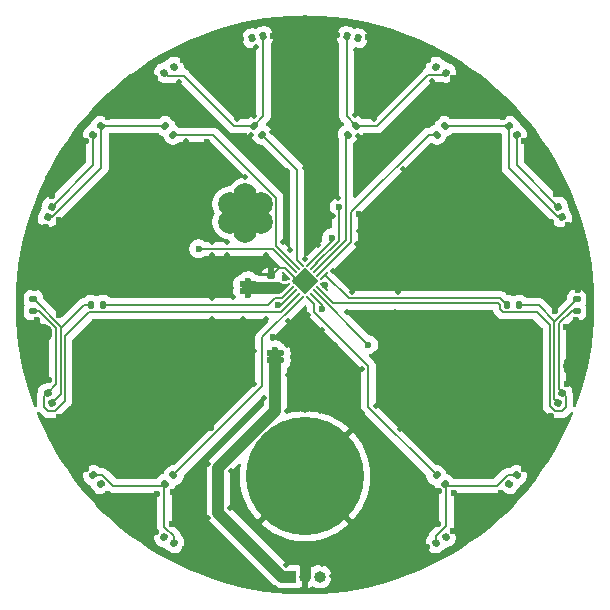
<source format=gtl>
%TF.GenerationSoftware,KiCad,Pcbnew,9.0.0*%
%TF.CreationDate,2025-02-26T13:29:11-06:00*%
%TF.ProjectId,reverse,72657665-7273-4652-9e6b-696361645f70,rev?*%
%TF.SameCoordinates,Original*%
%TF.FileFunction,Copper,L1,Top*%
%TF.FilePolarity,Positive*%
%FSLAX46Y46*%
G04 Gerber Fmt 4.6, Leading zero omitted, Abs format (unit mm)*
G04 Created by KiCad (PCBNEW 9.0.0) date 2025-02-26 13:29:11*
%MOMM*%
%LPD*%
G01*
G04 APERTURE LIST*
G04 Aperture macros list*
%AMRoundRect*
0 Rectangle with rounded corners*
0 $1 Rounding radius*
0 $2 $3 $4 $5 $6 $7 $8 $9 X,Y pos of 4 corners*
0 Add a 4 corners polygon primitive as box body*
4,1,4,$2,$3,$4,$5,$6,$7,$8,$9,$2,$3,0*
0 Add four circle primitives for the rounded corners*
1,1,$1+$1,$2,$3*
1,1,$1+$1,$4,$5*
1,1,$1+$1,$6,$7*
1,1,$1+$1,$8,$9*
0 Add four rect primitives between the rounded corners*
20,1,$1+$1,$2,$3,$4,$5,0*
20,1,$1+$1,$4,$5,$6,$7,0*
20,1,$1+$1,$6,$7,$8,$9,0*
20,1,$1+$1,$8,$9,$2,$3,0*%
%AMRotRect*
0 Rectangle, with rotation*
0 The origin of the aperture is its center*
0 $1 length*
0 $2 width*
0 $3 Rotation angle, in degrees counterclockwise*
0 Add horizontal line*
21,1,$1,$2,0,0,$3*%
G04 Aperture macros list end*
%TA.AperFunction,ComponentPad*%
%ADD10C,2.000000*%
%TD*%
%TA.AperFunction,SMDPad,CuDef*%
%ADD11RoundRect,0.135000X-0.226274X-0.035355X-0.035355X-0.226274X0.226274X0.035355X0.035355X0.226274X0*%
%TD*%
%TA.AperFunction,SMDPad,CuDef*%
%ADD12RoundRect,0.135000X0.035355X-0.226274X0.226274X-0.035355X-0.035355X0.226274X-0.226274X0.035355X0*%
%TD*%
%TA.AperFunction,SMDPad,CuDef*%
%ADD13RoundRect,0.147500X-0.226954X0.002111X-0.037331X-0.223872X0.226954X-0.002111X0.037331X0.223872X0*%
%TD*%
%TA.AperFunction,ComponentPad*%
%ADD14R,1.000000X1.000000*%
%TD*%
%TA.AperFunction,ComponentPad*%
%ADD15O,1.000000X1.000000*%
%TD*%
%TA.AperFunction,SMDPad,CuDef*%
%ADD16RoundRect,0.135000X-0.135000X-0.185000X0.135000X-0.185000X0.135000X0.185000X-0.135000X0.185000X0*%
%TD*%
%TA.AperFunction,SMDPad,CuDef*%
%ADD17RoundRect,0.147500X0.041489X0.223139X-0.213989X0.075639X-0.041489X-0.223139X0.213989X-0.075639X0*%
%TD*%
%TA.AperFunction,SMDPad,CuDef*%
%ADD18RoundRect,0.147500X0.212545X-0.079606X0.111649X0.197603X-0.212545X0.079606X-0.111649X-0.197603X0*%
%TD*%
%TA.AperFunction,SMDPad,CuDef*%
%ADD19RoundRect,0.147500X-0.037331X0.223872X-0.226954X-0.002111X0.037331X-0.223872X0.226954X0.002111X0*%
%TD*%
%TA.AperFunction,SMDPad,CuDef*%
%ADD20RoundRect,0.147500X-0.213989X-0.075639X0.041489X-0.223139X0.213989X0.075639X-0.041489X0.223139X0*%
%TD*%
%TA.AperFunction,SMDPad,CuDef*%
%ADD21RoundRect,0.050000X-0.300520X0.229810X0.229810X-0.300520X0.300520X-0.229810X-0.229810X0.300520X0*%
%TD*%
%TA.AperFunction,SMDPad,CuDef*%
%ADD22RoundRect,0.050000X-0.300520X-0.229810X-0.229810X-0.300520X0.300520X0.229810X0.229810X0.300520X0*%
%TD*%
%TA.AperFunction,HeatsinkPad*%
%ADD23RotRect,1.650000X1.650000X315.000000*%
%TD*%
%TA.AperFunction,SMDPad,CuDef*%
%ADD24RoundRect,0.135000X0.135000X0.185000X-0.135000X0.185000X-0.135000X-0.185000X0.135000X-0.185000X0*%
%TD*%
%TA.AperFunction,SMDPad,CuDef*%
%ADD25RoundRect,0.147500X-0.172500X0.147500X-0.172500X-0.147500X0.172500X-0.147500X0.172500X0.147500X0*%
%TD*%
%TA.AperFunction,SMDPad,CuDef*%
%ADD26RoundRect,0.147500X0.115305X0.195492X-0.175213X0.144266X-0.115305X-0.195492X0.175213X-0.144266X0*%
%TD*%
%TA.AperFunction,SMDPad,CuDef*%
%ADD27RoundRect,0.140000X0.170000X-0.140000X0.170000X0.140000X-0.170000X0.140000X-0.170000X-0.140000X0*%
%TD*%
%TA.AperFunction,SMDPad,CuDef*%
%ADD28RoundRect,0.147500X0.037331X-0.223872X0.226954X0.002111X-0.037331X0.223872X-0.226954X-0.002111X0*%
%TD*%
%TA.AperFunction,ComponentPad*%
%ADD29C,1.600000*%
%TD*%
%TA.AperFunction,SMDPad,CuDef*%
%ADD30RoundRect,0.147500X-0.212545X0.079606X-0.111649X-0.197603X0.212545X-0.079606X0.111649X0.197603X0*%
%TD*%
%TA.AperFunction,SMDPad,CuDef*%
%ADD31RoundRect,0.135000X0.226274X0.035355X0.035355X0.226274X-0.226274X-0.035355X-0.035355X-0.226274X0*%
%TD*%
%TA.AperFunction,SMDPad,CuDef*%
%ADD32RoundRect,0.147500X-0.041489X-0.223139X0.213989X-0.075639X0.041489X0.223139X-0.213989X0.075639X0*%
%TD*%
%TA.AperFunction,SMDPad,CuDef*%
%ADD33RoundRect,0.147500X0.213989X0.075639X-0.041489X0.223139X-0.213989X-0.075639X0.041489X-0.223139X0*%
%TD*%
%TA.AperFunction,SMDPad,CuDef*%
%ADD34RoundRect,0.147500X0.172500X-0.147500X0.172500X0.147500X-0.172500X0.147500X-0.172500X-0.147500X0*%
%TD*%
%TA.AperFunction,SMDPad,CuDef*%
%ADD35RoundRect,0.135000X-0.035355X0.226274X-0.226274X0.035355X0.035355X-0.226274X0.226274X-0.035355X0*%
%TD*%
%TA.AperFunction,SMDPad,CuDef*%
%ADD36C,10.000000*%
%TD*%
%TA.AperFunction,SMDPad,CuDef*%
%ADD37RoundRect,0.147500X-0.111649X0.197603X-0.212545X-0.079606X0.111649X-0.197603X0.212545X0.079606X0*%
%TD*%
%TA.AperFunction,ComponentPad*%
%ADD38O,1.200000X4.200000*%
%TD*%
%TA.AperFunction,SMDPad,CuDef*%
%ADD39C,4.000000*%
%TD*%
%TA.AperFunction,SMDPad,CuDef*%
%ADD40RoundRect,0.147500X0.175213X0.144266X-0.115305X0.195492X-0.175213X-0.144266X0.115305X-0.195492X0*%
%TD*%
%TA.AperFunction,SMDPad,CuDef*%
%ADD41RoundRect,0.147500X0.111649X-0.197603X0.212545X0.079606X-0.111649X0.197603X-0.212545X-0.079606X0*%
%TD*%
%TA.AperFunction,SMDPad,CuDef*%
%ADD42RoundRect,0.147500X0.226954X-0.002111X0.037331X0.223872X-0.226954X0.002111X-0.037331X-0.223872X0*%
%TD*%
%TA.AperFunction,ViaPad*%
%ADD43C,0.600000*%
%TD*%
%TA.AperFunction,ViaPad*%
%ADD44C,0.500000*%
%TD*%
%TA.AperFunction,Conductor*%
%ADD45C,0.200000*%
%TD*%
%TA.AperFunction,Conductor*%
%ADD46C,0.900000*%
%TD*%
%TA.AperFunction,Conductor*%
%ADD47C,1.000000*%
%TD*%
%TA.AperFunction,Conductor*%
%ADD48C,0.300000*%
%TD*%
G04 APERTURE END LIST*
D10*
%TO.P,stitch1,1*%
%TO.N,GND*%
X26924000Y-45758000D03*
%TD*%
D11*
%TO.P,R8,1*%
%TO.N,PWM8*%
X61139376Y-64423491D03*
%TO.P,R8,2*%
%TO.N,Net-(D15-A)*%
X61860624Y-65144739D03*
%TD*%
D10*
%TO.P,stitch1,1*%
%TO.N,GND*%
X41910000Y-27978000D03*
%TD*%
D12*
%TO.P,R6,1*%
%TO.N,PWM6*%
X61139376Y-35576508D03*
%TO.P,R6,2*%
%TO.N,Net-(D11-A)*%
X61860624Y-34855260D03*
%TD*%
D13*
%TO.P,D2,1,K*%
%TO.N,Net-(D1-A)*%
X32069225Y-64412583D03*
%TO.P,D2,2,A*%
%TO.N,GP1*%
X32692729Y-65155647D03*
%TD*%
D14*
%TO.P,J1,1,Pin_1*%
%TO.N,+3V0*%
X48725000Y-73000000D03*
D15*
%TO.P,J1,2,Pin_2*%
%TO.N,GND*%
X49995001Y-73000000D03*
%TO.P,J1,3,Pin_3*%
%TO.N,GP6*%
X51265000Y-73000000D03*
%TD*%
D16*
%TO.P,R7,1*%
%TO.N,PWM7*%
X67109024Y-50000000D03*
%TO.P,R7,2*%
%TO.N,Net-(D13-A)*%
X68129022Y-50000000D03*
%TD*%
D17*
%TO.P,D7,1,K*%
%TO.N,GP4*%
X38920021Y-29838915D03*
%TO.P,D7,2,A*%
%TO.N,Net-(D7-A)*%
X38079977Y-30323915D03*
%TD*%
D10*
%TO.P,stitch1,1*%
%TO.N,GND*%
X27178000Y-55156000D03*
%TD*%
D18*
%TO.P,D12,1,K*%
%TO.N,Net-(D11-A)*%
X71778809Y-42589287D03*
%TO.P,D12,2,A*%
%TO.N,GP6*%
X71447051Y-41677785D03*
%TD*%
D19*
%TO.P,D6,1,K*%
%TO.N,Net-(D5-A)*%
X32692729Y-34844352D03*
%TO.P,D6,2,A*%
%TO.N,GP3*%
X32069225Y-35587416D03*
%TD*%
D20*
%TO.P,D1,1,K*%
%TO.N,GP1*%
X38079978Y-69676084D03*
%TO.P,D1,2,A*%
%TO.N,Net-(D1-A)*%
X38920022Y-70161084D03*
%TD*%
D21*
%TO.P,U1,1,TIM2_CH4*%
%TO.N,PWM4*%
X49540381Y-46409010D03*
%TO.P,U1,2,TIM1_CH2*%
%TO.N,PWM3*%
X49257538Y-46691852D03*
%TO.P,U1,3,ADC_IN0*%
%TO.N,/touch2*%
X48974695Y-46974695D03*
%TO.P,U1,4,VSS*%
%TO.N,GND*%
X48691852Y-47257538D03*
%TO.P,U1,5,PD0*%
%TO.N,GP4*%
X48409010Y-47540381D03*
D22*
%TO.P,U1,6,VDD*%
%TO.N,+3V0*%
X48409010Y-48459619D03*
%TO.P,U1,7,TIM2_CH3*%
%TO.N,PWM2*%
X48691852Y-48742462D03*
%TO.P,U1,8,PC1*%
%TO.N,GP3*%
X48974695Y-49025305D03*
%TO.P,U1,9,PC2*%
%TO.N,GP2*%
X49257538Y-49308148D03*
%TO.P,U1,10,TIM1_CH3*%
%TO.N,PWM1*%
X49540381Y-49590990D03*
D21*
%TO.P,U1,11,TIM1_CH4*%
%TO.N,PWM8*%
X50459619Y-49590990D03*
%TO.P,U1,12,PC5*%
%TO.N,GP1*%
X50742462Y-49308148D03*
%TO.P,U1,13,PC6*%
%TO.N,GP8*%
X51025305Y-49025305D03*
%TO.P,U1,14,PC7*%
%TO.N,GP7*%
X51308148Y-48742462D03*
%TO.P,U1,15,SWIO*%
%TO.N,GP6*%
X51590990Y-48459619D03*
D22*
%TO.P,U1,16,TIM1_CH1*%
%TO.N,PWM7*%
X51590990Y-47540381D03*
%TO.P,U1,17,TIM2_CH2*%
%TO.N,PWM6*%
X51308148Y-47257538D03*
%TO.P,U1,18,TIM2_CH1*%
%TO.N,PWM5*%
X51025305Y-46974695D03*
%TO.P,U1,19,PD5*%
%TO.N,GP5*%
X50742462Y-46691852D03*
%TO.P,U1,20,ADC_IN6*%
%TO.N,/touch1*%
X50459619Y-46409010D03*
D23*
%TO.P,U1,21,VSS*%
%TO.N,GND*%
X50000000Y-48000000D03*
%TD*%
D10*
%TO.P,through-r1,1*%
%TO.N,+3V0*%
X44958000Y-42202000D03*
%TD*%
%TO.P,stitch1,1*%
%TO.N,GND*%
X35306000Y-31788000D03*
%TD*%
D24*
%TO.P,R2,1*%
%TO.N,PWM2*%
X32890976Y-50000000D03*
%TO.P,R2,2*%
%TO.N,Net-(D3-A)*%
X31870978Y-50000000D03*
%TD*%
D25*
%TO.P,D4,1,K*%
%TO.N,Net-(D3-A)*%
X27000000Y-49515000D03*
%TO.P,D4,2,A*%
%TO.N,GP2*%
X27000000Y-50485000D03*
%TD*%
D26*
%TO.P,D8,1,K*%
%TO.N,Net-(D7-A)*%
X46483723Y-27265202D03*
%TO.P,D8,2,A*%
%TO.N,GP4*%
X45528459Y-27433640D03*
%TD*%
D10*
%TO.P,stitch1,1*%
%TO.N,GND*%
X35052000Y-68110000D03*
%TD*%
D27*
%TO.P,C1,1*%
%TO.N,+3V0*%
X47150000Y-48530000D03*
%TO.P,C1,2*%
%TO.N,GND*%
X47150000Y-47570000D03*
%TD*%
D10*
%TO.P,stitch1,1*%
%TO.N,GND*%
X64948000Y-68110000D03*
%TD*%
%TO.P,stitch1,1*%
%TO.N,GND*%
X73076000Y-45758000D03*
%TD*%
D28*
%TO.P,D15,1,K*%
%TO.N,GP8*%
X67307270Y-65155647D03*
%TO.P,D15,2,A*%
%TO.N,Net-(D15-A)*%
X67930774Y-64412583D03*
%TD*%
D29*
%TO.P,align-r1,1*%
%TO.N,GND*%
X27800000Y-52400000D03*
%TD*%
D10*
%TO.P,through-r6,1*%
%TO.N,+3V0*%
X43658961Y-42952000D03*
%TD*%
D30*
%TO.P,D3,1,K*%
%TO.N,GP2*%
X28221190Y-57410712D03*
%TO.P,D3,2,A*%
%TO.N,Net-(D3-A)*%
X28552948Y-58322214D03*
%TD*%
D10*
%TO.P,through-r4,1*%
%TO.N,+3V0*%
X46257038Y-42952000D03*
%TD*%
D29*
%TO.P,align-r2,1*%
%TO.N,GND*%
X72200000Y-47300000D03*
%TD*%
D31*
%TO.P,R4,1*%
%TO.N,PWM4*%
X46366716Y-35576508D03*
%TO.P,R4,2*%
%TO.N,Net-(D7-A)*%
X45645468Y-34855260D03*
%TD*%
D32*
%TO.P,D16,1,K*%
%TO.N,Net-(D15-A)*%
X61079978Y-70161084D03*
%TO.P,D16,2,A*%
%TO.N,GP8*%
X61920022Y-69676084D03*
%TD*%
D10*
%TO.P,through-r2,1*%
%TO.N,+3V0*%
X44958000Y-40702000D03*
%TD*%
D33*
%TO.P,D10,1,K*%
%TO.N,Net-(D10-K)*%
X61920022Y-30323915D03*
%TO.P,D10,2,A*%
%TO.N,GP5*%
X61079978Y-29838915D03*
%TD*%
D10*
%TO.P,through-r7,1*%
%TO.N,+3V0*%
X43658961Y-41452000D03*
%TD*%
D34*
%TO.P,D13,1,K*%
%TO.N,GP7*%
X73000000Y-50485000D03*
%TO.P,D13,2,A*%
%TO.N,Net-(D13-A)*%
X73000000Y-49515000D03*
%TD*%
D10*
%TO.P,through-r3,1*%
%TO.N,+3V0*%
X46257038Y-41452000D03*
%TD*%
D35*
%TO.P,R1,1*%
%TO.N,PWM1*%
X38860624Y-64423491D03*
%TO.P,R1,2*%
%TO.N,Net-(D1-A)*%
X38139376Y-65144739D03*
%TD*%
D36*
%TO.P,-,1,1*%
%TO.N,GND*%
X50000000Y-64500000D03*
%TD*%
D37*
%TO.P,D5,1,K*%
%TO.N,GP3*%
X28552948Y-41677785D03*
%TO.P,D5,2,A*%
%TO.N,Net-(D5-A)*%
X28221190Y-42589287D03*
%TD*%
D10*
%TO.P,through-r5,1*%
%TO.N,+3V0*%
X44958000Y-43702000D03*
%TD*%
D38*
%TO.P,battery-eject1,1*%
%TO.N,GND*%
X50000000Y-57000000D03*
%TD*%
D12*
%TO.P,R5,1*%
%TO.N,PWM5*%
X53633284Y-35576508D03*
%TO.P,R5,2*%
%TO.N,Net-(D10-K)*%
X54354532Y-34855260D03*
%TD*%
D10*
%TO.P,stitch1,1*%
%TO.N,GND*%
X64694000Y-31788000D03*
%TD*%
D39*
%TO.P,B1,1,1*%
%TO.N,GND*%
X50000000Y-64500000D03*
%TD*%
D40*
%TO.P,D9,1,K*%
%TO.N,GP5*%
X54471540Y-27433640D03*
%TO.P,D9,2,A*%
%TO.N,Net-(D10-K)*%
X53516276Y-27265202D03*
%TD*%
D41*
%TO.P,D14,1,K*%
%TO.N,Net-(D13-A)*%
X71447051Y-58322214D03*
%TO.P,D14,2,A*%
%TO.N,GP7*%
X71778809Y-57410712D03*
%TD*%
D10*
%TO.P,stitch1,1*%
%TO.N,GND*%
X72822000Y-55156000D03*
%TD*%
%TO.P,stitch1,1*%
%TO.N,GND*%
X58090000Y-27978000D03*
%TD*%
D42*
%TO.P,D11,1,K*%
%TO.N,GP6*%
X67930774Y-35587416D03*
%TO.P,D11,2,A*%
%TO.N,Net-(D11-A)*%
X67307270Y-34844352D03*
%TD*%
D10*
%TO.P,stitch1,1*%
%TO.N,GND*%
X50038000Y-26454000D03*
%TD*%
D31*
%TO.P,R3,1*%
%TO.N,PWM3*%
X38860624Y-35576508D03*
%TO.P,R3,2*%
%TO.N,Net-(D5-A)*%
X38139376Y-34855260D03*
%TD*%
D43*
%TO.N,GND*%
X39878000Y-70650000D03*
D44*
X43622000Y-67184248D03*
D43*
X71139913Y-50517384D03*
X28082024Y-43384656D03*
X73092489Y-48720000D03*
D44*
X42150000Y-45800000D03*
X43434000Y-44700000D03*
D43*
X37479978Y-65965040D03*
D44*
X42082735Y-40070910D03*
X57850000Y-48872000D03*
X54610000Y-43767891D03*
X39362091Y-31160000D03*
D43*
X29200000Y-50830151D03*
X33355379Y-65965040D03*
X66554035Y-65916000D03*
D44*
X48538595Y-51370595D03*
D43*
X61320022Y-65779979D03*
X62520022Y-69111544D03*
D44*
X48107038Y-44702248D03*
X42150000Y-51170000D03*
X53974280Y-48872000D03*
X48726000Y-45382497D03*
D43*
X47280160Y-27203793D03*
D44*
X52324000Y-72936000D03*
X43434000Y-45800000D03*
X46736000Y-45800000D03*
X42150000Y-49450000D03*
X54226545Y-33949455D03*
D43*
X66802000Y-34100000D03*
D44*
X47498000Y-73952000D03*
D43*
X71207898Y-40590102D03*
X60349070Y-70485116D03*
X31436104Y-36093963D03*
X28300000Y-56385079D03*
X70800000Y-42964000D03*
X38862000Y-65824000D03*
X41659829Y-36176508D03*
X62576000Y-65916000D03*
D44*
X55922000Y-54140000D03*
D43*
X54590219Y-42308310D03*
D44*
X54838834Y-59116580D03*
D43*
X49250000Y-48000000D03*
X28606085Y-40776118D03*
D44*
X45890159Y-28163978D03*
X42150000Y-44700000D03*
D43*
X72120000Y-51823608D03*
X27322614Y-51262826D03*
D44*
X46548001Y-57899817D03*
X52832000Y-40932000D03*
X50292000Y-50880000D03*
X43712243Y-64070243D03*
D43*
X72243090Y-43265986D03*
X72154151Y-56701304D03*
D44*
X48514000Y-58966000D03*
D43*
X47249057Y-52730843D03*
D44*
X56042852Y-58549149D03*
X58032262Y-60522486D03*
X39925111Y-36126508D03*
X54356000Y-40424000D03*
X54446550Y-35665599D03*
D43*
X50750000Y-48000000D03*
D44*
X58300909Y-38526909D03*
X45720000Y-56680000D03*
X47244000Y-35344000D03*
D43*
X55294048Y-27322727D03*
X27178000Y-48552000D03*
D44*
X54299595Y-28383403D03*
D43*
X42054793Y-60380793D03*
D44*
X51450000Y-71920000D03*
D43*
X33348962Y-34100000D03*
D44*
X51450000Y-52108000D03*
X54822000Y-55410000D03*
X57658000Y-43726000D03*
X45683248Y-53922752D03*
D43*
X68581384Y-63920710D03*
D44*
X52356770Y-47124803D03*
D43*
X37396029Y-69261093D03*
X39638553Y-29238915D03*
X61262421Y-68560399D03*
X44616892Y-27496677D03*
X60390804Y-29238915D03*
D44*
X51308000Y-58966000D03*
X52578000Y-53378000D03*
X48514000Y-38646000D03*
X43932694Y-49323306D03*
X44958000Y-39154000D03*
D43*
X38747590Y-68570410D03*
D44*
X57658000Y-50584000D03*
D43*
X37338000Y-30772000D03*
D44*
X53594000Y-50584000D03*
X48423752Y-72010248D03*
D43*
X52727373Y-27161069D03*
D44*
X41762190Y-63493583D03*
D43*
X29188208Y-59454350D03*
D44*
X57658000Y-44867891D03*
D43*
X29200000Y-42825258D03*
D44*
X48514000Y-53378000D03*
X55880000Y-34286000D03*
X50019783Y-46071028D03*
D43*
X68563894Y-36093962D03*
D44*
X52333909Y-42456000D03*
X41822294Y-68026853D03*
X60960000Y-34150000D03*
X48521909Y-55925909D03*
X54429190Y-44867891D03*
X45701927Y-34020982D03*
X39370000Y-34794000D03*
X50038000Y-38392000D03*
X47007038Y-47570000D03*
D43*
X72944441Y-51280000D03*
D44*
X46736000Y-51170000D03*
X44770000Y-51170000D03*
X51117893Y-44889405D03*
X44203909Y-34286000D03*
D43*
X62562598Y-30800942D03*
X31436103Y-63906037D03*
D44*
X60713909Y-31068000D03*
D43*
X70785497Y-59433974D03*
D44*
X45447207Y-35644992D03*
D43*
%TO.N,+3V0*%
X44712000Y-48252000D03*
X46998000Y-54094000D03*
X47998000Y-54094000D03*
X45212000Y-48552000D03*
X47998000Y-54694000D03*
X47498000Y-54994000D03*
X46998000Y-54694000D03*
X44712000Y-48852000D03*
X47498000Y-54394000D03*
X45212000Y-49152000D03*
X45712000Y-48852000D03*
X45712000Y-48252000D03*
X45212000Y-47952000D03*
X47498000Y-53794000D03*
%TO.N,GP4*%
X48306433Y-47720647D03*
X45528459Y-27433640D03*
X38920021Y-29838915D03*
%TO.N,/touch2*%
X41000000Y-45250000D03*
%TO.N,/touch1*%
X52267893Y-44317891D03*
%TO.N,GP6*%
X67930774Y-35600000D03*
X51693567Y-48279354D03*
%TO.N,GP1*%
X32692729Y-65155647D03*
X51400000Y-50330000D03*
X38079978Y-69676084D03*
%TO.N,GP8*%
X61920022Y-69676084D03*
X55372000Y-53378000D03*
X67296362Y-65144739D03*
%TO.N,GP5*%
X61079978Y-29838915D03*
X54471540Y-27433640D03*
X52883909Y-41694000D03*
%TO.N,GP3*%
X47724578Y-49992578D03*
X32069225Y-35598000D03*
%TD*%
D45*
%TO.N,Net-(D1-A)*%
X38100000Y-65184115D02*
X38100000Y-68771349D01*
X37968115Y-65316000D02*
X33748144Y-65316000D01*
X38139376Y-65144739D02*
X38100000Y-65184115D01*
X38139376Y-65144739D02*
X37968115Y-65316000D01*
X38079978Y-65204137D02*
X38139376Y-65144739D01*
X38920022Y-69591371D02*
X38920022Y-70161084D01*
X33748144Y-65316000D02*
X32844727Y-64412583D01*
X38100000Y-68771349D02*
X38920022Y-69591371D01*
X32844727Y-64412583D02*
X32069225Y-64412583D01*
%TO.N,GND*%
X49250000Y-47815686D02*
X49250000Y-48000000D01*
X47831119Y-46888881D02*
X48323195Y-46888881D01*
X47150000Y-47570000D02*
X47831119Y-46888881D01*
D46*
X49995001Y-73000000D02*
X49995001Y-71666000D01*
D45*
X48323195Y-46888881D02*
X48691852Y-47257538D01*
X48691852Y-47257538D02*
X49250000Y-47815686D01*
D47*
%TO.N,+3V0*%
X47498000Y-54394000D02*
X47498000Y-58940982D01*
X47498000Y-58940982D02*
X42672000Y-63766982D01*
X45952000Y-48580000D02*
X47700000Y-48580000D01*
X42672000Y-67602000D02*
X48070000Y-73000000D01*
X45240000Y-48580000D02*
X45952000Y-48580000D01*
D48*
X48410000Y-48370647D02*
X47150000Y-48370647D01*
D47*
X48070000Y-73000000D02*
X48725000Y-73000000D01*
X45212000Y-48552000D02*
X45240000Y-48580000D01*
D48*
X48128000Y-48552000D02*
X46868000Y-48552000D01*
D47*
X42672000Y-63766982D02*
X42672000Y-67602000D01*
D45*
%TO.N,PWM8*%
X50800000Y-50584000D02*
X50800000Y-49931371D01*
X55372000Y-58656115D02*
X55372000Y-55156000D01*
X50800000Y-49931371D02*
X50459619Y-49590990D01*
X61139376Y-64423491D02*
X55372000Y-58656115D01*
X55372000Y-55156000D02*
X50800000Y-50584000D01*
%TO.N,Net-(D3-A)*%
X29375321Y-51854000D02*
X27036321Y-49515000D01*
X31870978Y-50000000D02*
X31318000Y-50000000D01*
X29300000Y-57575162D02*
X28552948Y-58322214D01*
X27036321Y-49515000D02*
X27000000Y-49515000D01*
X29300000Y-52018000D02*
X29300000Y-57575162D01*
X31318000Y-50000000D02*
X29464000Y-51854000D01*
X29464000Y-51854000D02*
X29300000Y-52018000D01*
X29464000Y-51854000D02*
X29375321Y-51854000D01*
%TO.N,Net-(D15-A)*%
X61860624Y-65144739D02*
X62031885Y-65316000D01*
X66251855Y-65316000D02*
X67155272Y-64412583D01*
X61976000Y-68695349D02*
X61079978Y-69591371D01*
X61860624Y-65144739D02*
X61976000Y-65260115D01*
X61976000Y-65260115D02*
X61976000Y-68695349D01*
X62031885Y-65316000D02*
X66251855Y-65316000D01*
X67155272Y-64412583D02*
X67930774Y-64412583D01*
X61079978Y-69591371D02*
X61079978Y-70161084D01*
%TO.N,Net-(D5-A)*%
X32766000Y-34917623D02*
X32766000Y-38410731D01*
X28587444Y-42589287D02*
X28221190Y-42589287D01*
X32703637Y-34855260D02*
X32692729Y-34844352D01*
X32692729Y-34844352D02*
X32766000Y-34917623D01*
X38139376Y-34855260D02*
X32703637Y-34855260D01*
X32766000Y-38410731D02*
X28587444Y-42589287D01*
%TO.N,Net-(D13-A)*%
X71144500Y-51370500D02*
X73000000Y-49515000D01*
X71116017Y-57127506D02*
X71116017Y-57991180D01*
X71120000Y-57123523D02*
X71116017Y-57127506D01*
X69774000Y-50000000D02*
X71120000Y-51346000D01*
X68129022Y-50000000D02*
X69774000Y-50000000D01*
X71120000Y-51346000D02*
X71120000Y-57123523D01*
X71116017Y-57991180D02*
X71447051Y-58322214D01*
%TO.N,PWM7*%
X67109024Y-50000000D02*
X66531024Y-49422000D01*
X53684742Y-49422000D02*
X51803123Y-47540381D01*
X66531024Y-49422000D02*
X53684742Y-49422000D01*
X51803123Y-47540381D02*
X51590990Y-47540381D01*
%TO.N,Net-(D7-A)*%
X46483723Y-27265202D02*
X46483723Y-34017005D01*
X38366062Y-30610000D02*
X38079977Y-30323915D01*
X43961260Y-34855260D02*
X39716000Y-30610000D01*
X46483723Y-34017005D02*
X45645468Y-34855260D01*
X39716000Y-30610000D02*
X38366062Y-30610000D01*
X45645468Y-34855260D02*
X43961260Y-34855260D01*
%TO.N,PWM6*%
X60473492Y-35576508D02*
X53883909Y-42166091D01*
X61139376Y-35576508D02*
X60473492Y-35576508D01*
X53883909Y-42166091D02*
X53883909Y-44681777D01*
X53883909Y-44681777D02*
X53649594Y-44916091D01*
X53649594Y-44916091D02*
X51308148Y-47257538D01*
%TO.N,Net-(D11-A)*%
X71778809Y-42589287D02*
X71412555Y-42589287D01*
X67296362Y-34855260D02*
X67307270Y-34844352D01*
X67254002Y-34897620D02*
X67307270Y-34844352D01*
X61860624Y-34855260D02*
X67296362Y-34855260D01*
X71412555Y-42589287D02*
X67254002Y-38430734D01*
X67254002Y-38430734D02*
X67254002Y-34897620D01*
%TO.N,PWM5*%
X53483909Y-35725883D02*
X53633284Y-35576508D01*
X53483909Y-44516091D02*
X53483909Y-35725883D01*
X51025305Y-46974695D02*
X53483909Y-44516091D01*
X51025305Y-46974695D02*
X51265685Y-46734314D01*
%TO.N,Net-(D10-K)*%
X53516276Y-34017004D02*
X54354532Y-34855260D01*
X61725937Y-30518000D02*
X61920022Y-30323915D01*
X56114740Y-34855260D02*
X60452000Y-30518000D01*
X53516276Y-27265202D02*
X53516276Y-34017004D01*
X54354532Y-34855260D02*
X56114740Y-34855260D01*
X60452000Y-30518000D02*
X61725937Y-30518000D01*
%TO.N,PWM4*%
X49350000Y-46218629D02*
X49540381Y-46409010D01*
X49350000Y-38559792D02*
X49350000Y-46218629D01*
X46366716Y-35576508D02*
X49350000Y-38559792D01*
%TO.N,PWM3*%
X47557038Y-40913522D02*
X47557038Y-44991352D01*
X42220024Y-35576508D02*
X47557038Y-40913522D01*
X47557038Y-44991352D02*
X49257538Y-46691852D01*
X38860624Y-35576508D02*
X42220024Y-35576508D01*
%TO.N,PWM2*%
X46853969Y-50000000D02*
X47473969Y-49380000D01*
X32890976Y-50000000D02*
X46853969Y-50000000D01*
X47473969Y-49380000D02*
X48054314Y-49380000D01*
X48054314Y-49380000D02*
X48691852Y-48742462D01*
%TO.N,PWM1*%
X46398000Y-56886115D02*
X46398000Y-52733371D01*
X38860624Y-64423491D02*
X46398000Y-56886115D01*
X46398000Y-52733371D02*
X49540381Y-49590990D01*
%TO.N,GP4*%
X48306433Y-47720647D02*
X48306433Y-47642958D01*
X48306433Y-47642958D02*
X48409010Y-47540381D01*
X45496093Y-27466006D02*
X45528459Y-27433640D01*
%TO.N,GP7*%
X69632000Y-50620000D02*
X70716017Y-51704017D01*
X71520000Y-57151903D02*
X71520000Y-51560686D01*
X51308148Y-48742462D02*
X52387686Y-49822000D01*
X71166005Y-58970064D02*
X71745199Y-58970064D01*
X66790100Y-50620000D02*
X69632000Y-50620000D01*
X66539024Y-50368924D02*
X66790100Y-50620000D01*
X72595686Y-50485000D02*
X73000000Y-50485000D01*
X71778809Y-57410712D02*
X71520000Y-57151903D01*
X66365338Y-49822000D02*
X66539024Y-49995686D01*
X70716017Y-51704017D02*
X70716017Y-58520076D01*
X72109843Y-58605420D02*
X72109843Y-57741746D01*
X72109843Y-57741746D02*
X71778809Y-57410712D01*
X70716017Y-58520076D02*
X71166005Y-58970064D01*
X71745199Y-58970064D02*
X72109843Y-58605420D01*
X71520000Y-51560686D02*
X72595686Y-50485000D01*
X52387686Y-49822000D02*
X66365338Y-49822000D01*
X66539024Y-49995686D02*
X66539024Y-50368924D01*
%TO.N,/touch2*%
X41000000Y-45250000D02*
X47250000Y-45250000D01*
X47250000Y-45250000D02*
X48974695Y-46974695D01*
%TO.N,/touch1*%
X52267893Y-44317891D02*
X52267893Y-44600736D01*
X52267893Y-44600736D02*
X50459619Y-46409010D01*
%TO.N,GP6*%
X67930774Y-38161508D02*
X71447051Y-41677785D01*
X67930774Y-35600000D02*
X67930774Y-38161508D01*
X67930774Y-35587416D02*
X67930774Y-35600000D01*
X71351923Y-41772912D02*
X71447050Y-41677785D01*
%TO.N,GP1*%
X51400000Y-49965686D02*
X50742462Y-49308148D01*
X51400000Y-50330000D02*
X51400000Y-49965686D01*
X32703637Y-65144739D02*
X32692729Y-65155647D01*
%TO.N,GP8*%
X67296362Y-65144739D02*
X67307270Y-65155647D01*
X61860624Y-69616686D02*
X61920022Y-69676084D01*
X55372000Y-53378000D02*
X55372000Y-53372000D01*
X55372000Y-53372000D02*
X51025305Y-49025305D01*
%TO.N,GP5*%
X52883909Y-44550404D02*
X50865685Y-46568628D01*
X54503907Y-27466007D02*
X54471540Y-27433640D01*
X50865685Y-46568628D02*
X50742462Y-46691852D01*
X52883909Y-41694000D02*
X52883909Y-44550404D01*
X54533640Y-27433640D02*
X54471540Y-27433640D01*
%TO.N,GP3*%
X47724578Y-49992578D02*
X48007422Y-49992578D01*
X28648076Y-41772912D02*
X28552949Y-41677785D01*
X32020353Y-35636288D02*
X32069225Y-35587416D01*
X32069225Y-35587416D02*
X32069225Y-35598000D01*
X32069225Y-38161508D02*
X28552948Y-41677785D01*
X32069225Y-35598000D02*
X32069225Y-38161508D01*
X48007422Y-49992578D02*
X48974695Y-49025305D01*
%TO.N,GP2*%
X29700000Y-58104058D02*
X29700000Y-52634000D01*
X28221190Y-57410712D02*
X27890156Y-57741746D01*
X27890156Y-57741746D02*
X27890156Y-58605420D01*
X28221190Y-57410712D02*
X28900000Y-56731902D01*
X31714000Y-50620000D02*
X47945686Y-50620000D01*
X27890156Y-58605420D02*
X28254800Y-58970064D01*
X29700000Y-52634000D02*
X31714000Y-50620000D01*
X47945686Y-50620000D02*
X49257538Y-49308148D01*
X28900000Y-56731902D02*
X28900000Y-51944365D01*
X28254800Y-58970064D02*
X28833994Y-58970064D01*
X28833994Y-58970064D02*
X29700000Y-58104058D01*
X27440635Y-50485000D02*
X27000000Y-50485000D01*
X28900000Y-51944365D02*
X27440635Y-50485000D01*
%TD*%
%TA.AperFunction,Conductor*%
%TO.N,GND*%
G36*
X50043334Y-50039786D02*
G01*
X50087681Y-50068287D01*
X50163181Y-50143787D01*
X50196666Y-50205110D01*
X50199500Y-50231468D01*
X50199500Y-50497330D01*
X50199499Y-50497348D01*
X50199499Y-50663054D01*
X50199498Y-50663054D01*
X50199499Y-50663057D01*
X50240423Y-50815785D01*
X50254571Y-50840289D01*
X50284367Y-50891897D01*
X50319479Y-50952715D01*
X50438349Y-51071585D01*
X50438355Y-51071590D01*
X54735181Y-55368416D01*
X54768666Y-55429739D01*
X54771500Y-55456097D01*
X54771500Y-58569445D01*
X54771499Y-58569463D01*
X54771499Y-58735169D01*
X54771498Y-58735169D01*
X54812422Y-58887897D01*
X54812424Y-58887903D01*
X54814218Y-58891009D01*
X54814219Y-58891011D01*
X54891477Y-59024827D01*
X54891481Y-59024832D01*
X55010349Y-59143700D01*
X55010355Y-59143705D01*
X60241283Y-64374633D01*
X60274768Y-64435956D01*
X60277602Y-64462314D01*
X60277602Y-64539132D01*
X60317533Y-64694651D01*
X60368203Y-64786819D01*
X60394885Y-64835353D01*
X60394887Y-64835355D01*
X60418351Y-64862828D01*
X60418367Y-64862845D01*
X60700019Y-65144496D01*
X60700030Y-65144506D01*
X60700037Y-65144513D01*
X60727514Y-65167982D01*
X60868218Y-65245334D01*
X60932906Y-65261943D01*
X60992942Y-65297679D01*
X61022171Y-65351207D01*
X61038781Y-65415897D01*
X61079483Y-65489934D01*
X61116133Y-65556602D01*
X61130841Y-65573822D01*
X61139601Y-65584078D01*
X61339182Y-65783658D01*
X61372666Y-65844979D01*
X61375500Y-65871338D01*
X61375500Y-68395251D01*
X61355815Y-68462290D01*
X61339181Y-68482932D01*
X60599459Y-69222653D01*
X60599457Y-69222655D01*
X60571788Y-69270580D01*
X60560093Y-69290838D01*
X60528790Y-69345055D01*
X60522089Y-69356663D01*
X60520401Y-69359586D01*
X60498222Y-69442356D01*
X60479475Y-69512320D01*
X60478683Y-69518340D01*
X60450412Y-69582234D01*
X60445244Y-69587971D01*
X60341629Y-69696020D01*
X60261256Y-69838659D01*
X60218881Y-69996805D01*
X60217167Y-70160515D01*
X60240819Y-70256806D01*
X60256221Y-70319513D01*
X60264083Y-70335995D01*
X60272087Y-70352776D01*
X60510013Y-70764878D01*
X60510024Y-70764895D01*
X60510233Y-70765199D01*
X60530896Y-70795264D01*
X60649065Y-70908583D01*
X60791702Y-70988956D01*
X60949847Y-71031330D01*
X61058989Y-71032472D01*
X61113559Y-71033044D01*
X61113559Y-71033043D01*
X61113560Y-71033044D01*
X61272558Y-70993992D01*
X61305817Y-70978128D01*
X61674639Y-70765188D01*
X61705007Y-70744317D01*
X61818327Y-70626147D01*
X61826871Y-70610984D01*
X61876929Y-70562241D01*
X61936201Y-70547862D01*
X61953603Y-70548044D01*
X61953603Y-70548043D01*
X61953604Y-70548044D01*
X62112602Y-70508992D01*
X62145861Y-70493128D01*
X62514683Y-70280188D01*
X62545051Y-70259317D01*
X62658371Y-70141147D01*
X62738743Y-69998510D01*
X62781118Y-69840366D01*
X62782832Y-69676652D01*
X62743779Y-69517655D01*
X62727915Y-69484396D01*
X62678104Y-69398122D01*
X62658231Y-69363700D01*
X62654167Y-69356662D01*
X62629416Y-69296905D01*
X62557697Y-69189571D01*
X62506672Y-69101193D01*
X62490200Y-69033294D01*
X62506673Y-68977195D01*
X62535577Y-68927133D01*
X62576500Y-68774406D01*
X62576500Y-66040500D01*
X62596185Y-65973461D01*
X62648989Y-65927706D01*
X62700500Y-65916500D01*
X66165186Y-65916500D01*
X66165202Y-65916501D01*
X66172798Y-65916501D01*
X66330909Y-65916501D01*
X66330912Y-65916501D01*
X66483640Y-65875577D01*
X66497755Y-65867427D01*
X66531372Y-65848019D01*
X66531379Y-65848013D01*
X66534563Y-65846176D01*
X66620571Y-65796520D01*
X66641813Y-65775277D01*
X66652357Y-65768333D01*
X66674178Y-65761658D01*
X66694203Y-65750724D01*
X66706949Y-65751635D01*
X66719171Y-65747897D01*
X66741135Y-65754079D01*
X66763894Y-65755706D01*
X66784645Y-65766325D01*
X66786428Y-65766827D01*
X66787093Y-65767578D01*
X66789446Y-65768782D01*
X66837592Y-65800951D01*
X66848400Y-65809060D01*
X66978201Y-65917977D01*
X67003727Y-65936185D01*
X67008204Y-65939378D01*
X67158004Y-66005447D01*
X67319528Y-66032188D01*
X67482629Y-66017919D01*
X67637055Y-65963536D01*
X67773107Y-65872458D01*
X67798934Y-65846176D01*
X67799939Y-65844979D01*
X67873490Y-65757324D01*
X68072685Y-65519933D01*
X68094083Y-65489934D01*
X68160152Y-65340133D01*
X68162994Y-65322961D01*
X68193360Y-65260040D01*
X68244140Y-65226253D01*
X68260559Y-65220472D01*
X68396611Y-65129394D01*
X68422438Y-65103112D01*
X68696189Y-64776869D01*
X68717587Y-64746870D01*
X68783656Y-64597069D01*
X68810396Y-64435546D01*
X68796127Y-64272445D01*
X68741744Y-64118019D01*
X68667090Y-64006500D01*
X68650669Y-63981969D01*
X68650668Y-63981967D01*
X68624379Y-63956135D01*
X68624376Y-63956133D01*
X68259851Y-63650260D01*
X68259839Y-63650250D01*
X68229843Y-63628854D01*
X68229842Y-63628853D01*
X68229840Y-63628852D01*
X68080040Y-63562783D01*
X68080036Y-63562782D01*
X68080035Y-63562782D01*
X68004705Y-63550311D01*
X67918516Y-63536042D01*
X67918514Y-63536042D01*
X67755413Y-63550311D01*
X67600992Y-63604692D01*
X67600983Y-63604697D01*
X67464943Y-63695767D01*
X67464935Y-63695773D01*
X67439105Y-63722058D01*
X67400734Y-63767788D01*
X67399882Y-63768354D01*
X67399457Y-63769286D01*
X67370849Y-63787670D01*
X67342562Y-63806491D01*
X67341255Y-63806689D01*
X67340679Y-63807060D01*
X67305744Y-63812083D01*
X67241942Y-63812083D01*
X67241926Y-63812082D01*
X67234330Y-63812082D01*
X67076215Y-63812082D01*
X66999851Y-63832544D01*
X66923486Y-63853006D01*
X66923481Y-63853009D01*
X66786562Y-63932058D01*
X66786554Y-63932064D01*
X66039439Y-64679181D01*
X65978116Y-64712666D01*
X65951758Y-64715500D01*
X62643109Y-64715500D01*
X62576070Y-64695815D01*
X62555428Y-64679181D01*
X62299980Y-64423733D01*
X62299968Y-64423722D01*
X62299963Y-64423717D01*
X62272486Y-64400248D01*
X62225892Y-64374633D01*
X62131785Y-64322897D01*
X62131782Y-64322896D01*
X62067092Y-64306286D01*
X62007055Y-64270547D01*
X61977828Y-64217021D01*
X61961219Y-64152333D01*
X61961217Y-64152329D01*
X61961217Y-64152328D01*
X61883868Y-64011631D01*
X61883867Y-64011629D01*
X61860399Y-63984152D01*
X61860393Y-63984146D01*
X61860384Y-63984136D01*
X61578732Y-63702485D01*
X61578720Y-63702474D01*
X61578715Y-63702469D01*
X61551238Y-63679000D01*
X61484570Y-63642349D01*
X61410534Y-63601647D01*
X61255017Y-63561717D01*
X61255014Y-63561717D01*
X61178199Y-63561717D01*
X61111160Y-63542032D01*
X61090518Y-63525398D01*
X56008819Y-58443699D01*
X55975334Y-58382376D01*
X55972500Y-58356018D01*
X55972500Y-55076943D01*
X55971492Y-55073184D01*
X55971487Y-55073165D01*
X55933108Y-54929931D01*
X55933107Y-54929926D01*
X55931577Y-54924215D01*
X55852522Y-54787287D01*
X55852521Y-54787286D01*
X55852520Y-54787284D01*
X55740716Y-54675480D01*
X55740715Y-54675479D01*
X55736385Y-54671149D01*
X55736374Y-54671139D01*
X55442136Y-54376901D01*
X55408651Y-54315578D01*
X55413635Y-54245886D01*
X55455507Y-54189953D01*
X55505626Y-54167603D01*
X55538391Y-54161085D01*
X55605497Y-54147737D01*
X55751179Y-54087394D01*
X55882289Y-53999789D01*
X55993789Y-53888289D01*
X56081394Y-53757179D01*
X56141737Y-53611497D01*
X56172500Y-53456842D01*
X56172500Y-53299158D01*
X56172500Y-53299155D01*
X56172499Y-53299153D01*
X56147249Y-53172213D01*
X56141737Y-53144503D01*
X56141735Y-53144498D01*
X56081397Y-52998827D01*
X56081390Y-52998814D01*
X55993789Y-52867711D01*
X55993786Y-52867707D01*
X55882292Y-52756213D01*
X55882288Y-52756210D01*
X55751185Y-52668609D01*
X55751172Y-52668602D01*
X55605501Y-52608264D01*
X55605491Y-52608261D01*
X55457639Y-52578851D01*
X55395728Y-52546466D01*
X55394150Y-52544915D01*
X53483416Y-50634181D01*
X53449931Y-50572858D01*
X53454915Y-50503166D01*
X53496787Y-50447233D01*
X53562251Y-50422816D01*
X53571097Y-50422500D01*
X65836547Y-50422500D01*
X65859778Y-50429321D01*
X65883860Y-50431881D01*
X65892702Y-50438989D01*
X65903586Y-50442185D01*
X65919441Y-50460482D01*
X65938317Y-50475656D01*
X65944940Y-50489910D01*
X65949341Y-50494989D01*
X65954154Y-50507198D01*
X65955346Y-50510767D01*
X65979447Y-50600709D01*
X65987333Y-50614367D01*
X65993587Y-50625199D01*
X65993588Y-50625202D01*
X66015442Y-50663054D01*
X66056794Y-50734679D01*
X66058503Y-50737638D01*
X66058505Y-50737641D01*
X66177373Y-50856509D01*
X66177379Y-50856514D01*
X66305239Y-50984374D01*
X66305249Y-50984385D01*
X66309579Y-50988715D01*
X66309580Y-50988716D01*
X66421384Y-51100520D01*
X66504637Y-51148585D01*
X66508195Y-51150639D01*
X66508197Y-51150641D01*
X66546251Y-51172611D01*
X66558315Y-51179577D01*
X66711043Y-51220500D01*
X66869157Y-51220500D01*
X69331903Y-51220500D01*
X69398942Y-51240185D01*
X69419584Y-51256819D01*
X70079198Y-51916433D01*
X70112683Y-51977756D01*
X70115517Y-52004114D01*
X70115517Y-58433406D01*
X70115516Y-58433424D01*
X70115516Y-58599130D01*
X70115515Y-58599130D01*
X70156440Y-58751861D01*
X70185375Y-58801976D01*
X70185376Y-58801980D01*
X70185377Y-58801980D01*
X70235496Y-58888790D01*
X70235498Y-58888793D01*
X70354366Y-59007661D01*
X70354372Y-59007666D01*
X70681144Y-59334438D01*
X70681154Y-59334449D01*
X70685484Y-59338779D01*
X70685485Y-59338780D01*
X70797289Y-59450584D01*
X70884100Y-59500703D01*
X70884102Y-59500705D01*
X70922156Y-59522675D01*
X70934220Y-59529641D01*
X71086948Y-59570564D01*
X71245062Y-59570564D01*
X71658530Y-59570564D01*
X71658546Y-59570565D01*
X71666142Y-59570565D01*
X71824253Y-59570565D01*
X71824256Y-59570565D01*
X71976984Y-59529641D01*
X72027103Y-59500703D01*
X72113915Y-59450584D01*
X72225719Y-59338780D01*
X72225719Y-59338778D01*
X72235927Y-59328571D01*
X72235929Y-59328568D01*
X72478556Y-59085941D01*
X72478559Y-59085940D01*
X72500177Y-59064321D01*
X72522132Y-59052334D01*
X72561493Y-59030841D01*
X72561496Y-59030841D01*
X72561499Y-59030840D01*
X72593924Y-59033160D01*
X72631185Y-59035825D01*
X72631187Y-59035826D01*
X72631190Y-59035827D01*
X72652865Y-59052054D01*
X72687119Y-59077695D01*
X72687120Y-59077698D01*
X72687122Y-59077700D01*
X72695337Y-59099728D01*
X72711537Y-59143159D01*
X72711536Y-59143163D01*
X72711537Y-59143165D01*
X72711533Y-59143182D01*
X72702414Y-59199460D01*
X72447081Y-59815890D01*
X72445130Y-59820351D01*
X72044401Y-60689597D01*
X72042276Y-60693978D01*
X71607737Y-61546810D01*
X71605441Y-61551104D01*
X71137741Y-62386242D01*
X71135279Y-62390443D01*
X70635175Y-63206538D01*
X70632550Y-63210639D01*
X70100773Y-64006500D01*
X70097989Y-64010494D01*
X69535392Y-64784842D01*
X69532453Y-64788725D01*
X68939877Y-65540405D01*
X68936788Y-65544169D01*
X68315157Y-66272006D01*
X68311923Y-66275645D01*
X67662203Y-66978508D01*
X67658828Y-66982018D01*
X66982018Y-67658828D01*
X66978508Y-67662203D01*
X66275645Y-68311923D01*
X66272006Y-68315157D01*
X65544169Y-68936788D01*
X65540405Y-68939877D01*
X64788725Y-69532453D01*
X64784842Y-69535392D01*
X64010494Y-70097989D01*
X64006500Y-70100773D01*
X63210639Y-70632550D01*
X63206538Y-70635175D01*
X62390443Y-71135279D01*
X62386242Y-71137741D01*
X61551104Y-71605441D01*
X61546810Y-71607737D01*
X60693978Y-72042276D01*
X60689597Y-72044401D01*
X59820351Y-72445130D01*
X59815890Y-72447081D01*
X58931603Y-72813364D01*
X58927069Y-72815139D01*
X58029049Y-73146437D01*
X58024448Y-73148032D01*
X57114137Y-73443809D01*
X57109478Y-73445222D01*
X56188270Y-73705030D01*
X56183558Y-73706260D01*
X55252822Y-73929710D01*
X55248066Y-73930753D01*
X54309311Y-74117483D01*
X54304518Y-74118339D01*
X53359136Y-74268073D01*
X53354335Y-74268737D01*
X52403791Y-74381241D01*
X52398961Y-74381717D01*
X51444715Y-74456818D01*
X51439854Y-74457104D01*
X50483459Y-74494681D01*
X50478591Y-74494777D01*
X49521409Y-74494777D01*
X49516541Y-74494681D01*
X48560145Y-74457104D01*
X48555284Y-74456818D01*
X47601038Y-74381717D01*
X47599330Y-74381066D01*
X47596194Y-74381239D01*
X46645657Y-74268737D01*
X46640863Y-74268073D01*
X45695481Y-74118339D01*
X45690688Y-74117483D01*
X44751933Y-73930753D01*
X44747177Y-73929710D01*
X43816441Y-73706260D01*
X43811729Y-73705030D01*
X42890521Y-73445222D01*
X42885862Y-73443809D01*
X41975551Y-73148032D01*
X41970950Y-73146437D01*
X41072930Y-72815139D01*
X41068396Y-72813364D01*
X40184109Y-72447081D01*
X40179648Y-72445130D01*
X39310402Y-72044401D01*
X39306021Y-72042276D01*
X38453189Y-71607737D01*
X38448895Y-71605441D01*
X37613757Y-71137741D01*
X37609556Y-71135279D01*
X36793461Y-70635175D01*
X36789360Y-70632550D01*
X35993499Y-70100773D01*
X35989505Y-70097989D01*
X35215157Y-69535392D01*
X35211274Y-69532453D01*
X34459594Y-68939877D01*
X34455830Y-68936788D01*
X33941618Y-68497610D01*
X33727982Y-68315147D01*
X33724354Y-68311923D01*
X33646312Y-68239782D01*
X33021491Y-67662203D01*
X33017981Y-67658828D01*
X32341171Y-66982018D01*
X32337796Y-66978508D01*
X32176854Y-66804402D01*
X31688063Y-66275630D01*
X31684855Y-66272020D01*
X31063211Y-65544169D01*
X31060122Y-65540405D01*
X30467546Y-64788725D01*
X30464607Y-64784842D01*
X29902010Y-64010494D01*
X29899226Y-64006500D01*
X29367449Y-63210639D01*
X29364824Y-63206538D01*
X28864720Y-62390443D01*
X28862258Y-62386242D01*
X28394558Y-61551104D01*
X28392262Y-61546810D01*
X28338866Y-61442015D01*
X27957723Y-60693978D01*
X27955598Y-60689597D01*
X27719480Y-60177418D01*
X27554859Y-59820329D01*
X27552928Y-59815913D01*
X27297584Y-59199459D01*
X27296380Y-59188257D01*
X27290980Y-59178368D01*
X27292712Y-59154139D01*
X27290116Y-59129991D01*
X27295159Y-59119915D01*
X27295963Y-59108676D01*
X27310519Y-59089230D01*
X27321391Y-59067512D01*
X27331081Y-59061762D01*
X27337834Y-59052742D01*
X27360591Y-59044253D01*
X27381480Y-59031860D01*
X27392739Y-59032262D01*
X27403298Y-59028324D01*
X27427033Y-59033487D01*
X27451305Y-59034354D01*
X27462332Y-59041165D01*
X27471571Y-59043175D01*
X27499816Y-59064319D01*
X27499823Y-59064323D01*
X27521440Y-59085940D01*
X27521442Y-59085941D01*
X27528511Y-59093010D01*
X27769939Y-59334438D01*
X27769949Y-59334449D01*
X27774279Y-59338779D01*
X27774280Y-59338780D01*
X27886084Y-59450584D01*
X27886086Y-59450585D01*
X27886090Y-59450588D01*
X27974026Y-59501357D01*
X28023016Y-59529641D01*
X28134819Y-59559598D01*
X28175742Y-59570564D01*
X28175743Y-59570564D01*
X28747325Y-59570564D01*
X28747341Y-59570565D01*
X28754937Y-59570565D01*
X28913048Y-59570565D01*
X28913051Y-59570565D01*
X29065779Y-59529641D01*
X29115898Y-59500703D01*
X29202710Y-59450584D01*
X29314514Y-59338780D01*
X29314514Y-59338778D01*
X29324722Y-59328571D01*
X29324724Y-59328568D01*
X30058506Y-58594786D01*
X30058511Y-58594782D01*
X30068714Y-58584578D01*
X30068716Y-58584578D01*
X30180520Y-58472774D01*
X30259577Y-58335842D01*
X30300500Y-58183115D01*
X30300500Y-52934097D01*
X30320185Y-52867058D01*
X30336819Y-52846416D01*
X31926416Y-51256819D01*
X31987739Y-51223334D01*
X32014097Y-51220500D01*
X46762274Y-51220500D01*
X46829313Y-51240185D01*
X46875068Y-51292989D01*
X46885012Y-51362147D01*
X46855987Y-51425703D01*
X46849957Y-51432178D01*
X46421352Y-51860783D01*
X46029286Y-52252849D01*
X45917481Y-52364653D01*
X45917479Y-52364656D01*
X45882708Y-52424883D01*
X45882707Y-52424885D01*
X45838423Y-52501585D01*
X45838423Y-52501586D01*
X45797499Y-52654314D01*
X45797499Y-52654316D01*
X45797499Y-52822417D01*
X45797500Y-52822430D01*
X45797500Y-56586018D01*
X45777815Y-56653057D01*
X45761181Y-56673699D01*
X38909482Y-63525398D01*
X38848159Y-63558883D01*
X38821801Y-63561717D01*
X38744982Y-63561717D01*
X38589463Y-63601648D01*
X38448764Y-63678997D01*
X38448764Y-63678998D01*
X38421286Y-63702466D01*
X38421269Y-63702482D01*
X38139618Y-63984134D01*
X38139607Y-63984146D01*
X38116133Y-64011628D01*
X38038782Y-64152329D01*
X38038780Y-64152336D01*
X38022171Y-64217021D01*
X37986432Y-64277059D01*
X37932906Y-64306286D01*
X37868221Y-64322895D01*
X37868220Y-64322895D01*
X37727512Y-64400248D01*
X37700038Y-64423714D01*
X37700034Y-64423718D01*
X37623754Y-64499999D01*
X37444571Y-64679182D01*
X37383251Y-64712666D01*
X37356892Y-64715500D01*
X34048242Y-64715500D01*
X33981203Y-64695815D01*
X33960561Y-64679181D01*
X33332317Y-64050938D01*
X33332315Y-64050935D01*
X33213444Y-63932064D01*
X33213439Y-63932060D01*
X33098190Y-63865522D01*
X33076512Y-63853006D01*
X32923784Y-63812082D01*
X32765670Y-63812082D01*
X32758074Y-63812082D01*
X32758058Y-63812083D01*
X32694255Y-63812083D01*
X32627216Y-63792398D01*
X32599265Y-63767788D01*
X32560893Y-63722058D01*
X32535063Y-63695773D01*
X32535055Y-63695767D01*
X32399015Y-63604697D01*
X32399006Y-63604692D01*
X32244585Y-63550311D01*
X32244586Y-63550311D01*
X32081487Y-63536042D01*
X32081480Y-63536042D01*
X31919963Y-63562782D01*
X31919960Y-63562782D01*
X31919959Y-63562783D01*
X31919958Y-63562783D01*
X31919956Y-63562784D01*
X31770159Y-63628852D01*
X31770155Y-63628854D01*
X31740159Y-63650250D01*
X31740147Y-63650260D01*
X31375622Y-63956133D01*
X31375619Y-63956135D01*
X31349330Y-63981967D01*
X31349329Y-63981969D01*
X31258254Y-64118020D01*
X31203872Y-64272443D01*
X31189603Y-64435541D01*
X31189603Y-64435549D01*
X31216341Y-64597063D01*
X31216342Y-64597066D01*
X31216343Y-64597069D01*
X31282412Y-64746870D01*
X31282411Y-64746870D01*
X31303810Y-64776869D01*
X31303820Y-64776881D01*
X31375952Y-64862845D01*
X31577561Y-65103112D01*
X31603388Y-65129394D01*
X31739440Y-65220472D01*
X31755854Y-65226252D01*
X31812549Y-65267085D01*
X31837002Y-65322957D01*
X31839844Y-65340125D01*
X31839845Y-65340127D01*
X31839846Y-65340130D01*
X31839847Y-65340133D01*
X31905916Y-65489934D01*
X31905915Y-65489934D01*
X31927314Y-65519933D01*
X31927324Y-65519945D01*
X32200060Y-65844979D01*
X32201065Y-65846176D01*
X32226892Y-65872458D01*
X32362944Y-65963536D01*
X32517370Y-66017919D01*
X32680471Y-66032188D01*
X32841995Y-66005447D01*
X32991795Y-65939378D01*
X33021794Y-65917980D01*
X33130441Y-65826812D01*
X33140592Y-65819149D01*
X33140825Y-65818990D01*
X33203018Y-65777436D01*
X33204772Y-65775681D01*
X33211682Y-65771002D01*
X33239745Y-65762021D01*
X33266862Y-65750505D01*
X33272641Y-65751494D01*
X33278228Y-65749707D01*
X33306690Y-65757324D01*
X33335729Y-65762296D01*
X33341996Y-65766772D01*
X33345722Y-65767770D01*
X33350045Y-65772522D01*
X33368898Y-65785990D01*
X33379428Y-65796520D01*
X33379430Y-65796521D01*
X33379434Y-65796524D01*
X33516353Y-65875573D01*
X33516356Y-65875575D01*
X33516360Y-65875577D01*
X33669087Y-65916501D01*
X33669089Y-65916501D01*
X33834798Y-65916501D01*
X33834814Y-65916500D01*
X37375500Y-65916500D01*
X37442539Y-65936185D01*
X37488294Y-65988989D01*
X37499500Y-66040500D01*
X37499500Y-68684679D01*
X37499499Y-68684697D01*
X37499499Y-68850405D01*
X37530429Y-68965839D01*
X37529691Y-68996834D01*
X37531002Y-69027803D01*
X37528839Y-69032611D01*
X37528766Y-69035689D01*
X37517712Y-69060499D01*
X37515414Y-69064429D01*
X37510025Y-69072272D01*
X37444184Y-69186310D01*
X37444003Y-69186621D01*
X37443945Y-69186674D01*
X37440047Y-69192945D01*
X37370587Y-69296898D01*
X37370581Y-69296910D01*
X37348939Y-69349157D01*
X37341767Y-69363701D01*
X37272085Y-69484395D01*
X37265290Y-69498642D01*
X37256221Y-69517655D01*
X37248520Y-69549008D01*
X37217167Y-69676652D01*
X37218881Y-69840362D01*
X37218881Y-69840365D01*
X37218882Y-69840366D01*
X37261257Y-69998510D01*
X37341629Y-70141147D01*
X37454949Y-70259317D01*
X37485317Y-70280188D01*
X37485335Y-70280199D01*
X37796202Y-70459678D01*
X37854139Y-70493128D01*
X37887398Y-70508992D01*
X37887402Y-70508993D01*
X38046396Y-70548044D01*
X38063799Y-70547862D01*
X38131041Y-70566843D01*
X38173127Y-70610981D01*
X38181673Y-70626147D01*
X38294993Y-70744317D01*
X38324910Y-70764878D01*
X38325361Y-70765188D01*
X38325379Y-70765199D01*
X38636246Y-70944678D01*
X38694183Y-70978128D01*
X38716884Y-70988956D01*
X38727442Y-70993992D01*
X38727446Y-70993993D01*
X38886440Y-71033044D01*
X39050153Y-71031330D01*
X39208298Y-70988956D01*
X39350935Y-70908583D01*
X39469104Y-70795264D01*
X39489975Y-70764896D01*
X39489980Y-70764886D01*
X39489986Y-70764878D01*
X39646882Y-70493125D01*
X39727915Y-70352772D01*
X39743779Y-70319513D01*
X39782832Y-70160516D01*
X39781118Y-69996802D01*
X39738743Y-69838658D01*
X39658371Y-69696021D01*
X39554754Y-69587969D01*
X39522561Y-69525958D01*
X39521313Y-69518325D01*
X39520521Y-69512309D01*
X39516631Y-69497792D01*
X39513563Y-69486340D01*
X39479599Y-69359586D01*
X39439907Y-69290838D01*
X39400542Y-69222655D01*
X39288738Y-69110851D01*
X39288737Y-69110850D01*
X39284407Y-69106520D01*
X39284396Y-69106510D01*
X38736819Y-68558933D01*
X38703334Y-68497610D01*
X38700500Y-68471252D01*
X38700500Y-65795338D01*
X38720185Y-65728299D01*
X38736819Y-65707657D01*
X38745086Y-65699390D01*
X38860398Y-65584078D01*
X38883867Y-65556601D01*
X38961219Y-65415897D01*
X38977828Y-65351206D01*
X39013563Y-65291172D01*
X39067091Y-65261943D01*
X39131782Y-65245334D01*
X39131786Y-65245332D01*
X39272483Y-65167984D01*
X39272483Y-65167983D01*
X39272486Y-65167982D01*
X39299963Y-65144514D01*
X39581646Y-64862830D01*
X39605115Y-64835353D01*
X39682467Y-64694649D01*
X39722398Y-64539129D01*
X39722398Y-64462314D01*
X39742083Y-64395275D01*
X39758717Y-64374633D01*
X46285819Y-57847531D01*
X46347142Y-57814046D01*
X46416834Y-57819030D01*
X46472767Y-57860902D01*
X46497184Y-57926366D01*
X46497500Y-57935212D01*
X46497500Y-58475199D01*
X46477815Y-58542238D01*
X46461181Y-58562880D01*
X42034220Y-62989841D01*
X42034218Y-62989843D01*
X41964538Y-63059522D01*
X41894859Y-63129201D01*
X41785371Y-63293061D01*
X41785364Y-63293074D01*
X41709950Y-63475142D01*
X41709947Y-63475152D01*
X41671500Y-63668438D01*
X41671500Y-63668441D01*
X41671500Y-67700541D01*
X41671500Y-67700543D01*
X41671499Y-67700543D01*
X41709947Y-67893829D01*
X41709950Y-67893839D01*
X41785364Y-68075907D01*
X41785371Y-68075920D01*
X41894860Y-68239781D01*
X41894863Y-68239785D01*
X42038537Y-68383459D01*
X42038559Y-68383479D01*
X47289735Y-73634655D01*
X47289764Y-73634686D01*
X47432217Y-73777139D01*
X47595423Y-73886189D01*
X47596086Y-73886632D01*
X47701453Y-73930276D01*
X47778164Y-73962051D01*
X47874812Y-73981275D01*
X47923135Y-73990887D01*
X47971458Y-74000500D01*
X47971459Y-74000500D01*
X48837975Y-74000500D01*
X48837983Y-74000499D01*
X49272871Y-74000499D01*
X49272872Y-74000499D01*
X49332483Y-73994091D01*
X49467331Y-73943796D01*
X49479574Y-73934630D01*
X49545036Y-73910210D01*
X49601340Y-73919333D01*
X49703309Y-73961569D01*
X49745001Y-73969862D01*
X49745001Y-73209618D01*
X49795447Y-73260064D01*
X49869556Y-73302851D01*
X49952214Y-73325000D01*
X50037788Y-73325000D01*
X50120446Y-73302851D01*
X50194555Y-73260064D01*
X50245001Y-73209618D01*
X50245001Y-73969862D01*
X50286691Y-73961569D01*
X50286693Y-73961569D01*
X50468674Y-73886191D01*
X50468677Y-73886189D01*
X50560658Y-73824729D01*
X50627335Y-73803850D01*
X50694716Y-73822334D01*
X50698390Y-73824695D01*
X50791086Y-73886632D01*
X50791088Y-73886633D01*
X50791092Y-73886635D01*
X50929086Y-73943793D01*
X50973165Y-73962051D01*
X50973169Y-73962051D01*
X50973170Y-73962052D01*
X51166456Y-74000500D01*
X51166459Y-74000500D01*
X51363543Y-74000500D01*
X51517567Y-73969862D01*
X51556835Y-73962051D01*
X51738914Y-73886632D01*
X51902782Y-73777139D01*
X52042139Y-73637782D01*
X52151632Y-73473914D01*
X52227051Y-73291835D01*
X52255973Y-73146437D01*
X52265500Y-73098543D01*
X52265500Y-72901456D01*
X52227052Y-72708170D01*
X52227051Y-72708169D01*
X52227051Y-72708165D01*
X52213314Y-72675000D01*
X52151635Y-72526092D01*
X52151628Y-72526079D01*
X52042139Y-72362218D01*
X52042136Y-72362214D01*
X51902785Y-72222863D01*
X51902781Y-72222860D01*
X51738920Y-72113371D01*
X51738907Y-72113364D01*
X51556839Y-72037950D01*
X51556829Y-72037947D01*
X51363543Y-71999500D01*
X51363541Y-71999500D01*
X51166459Y-71999500D01*
X51166457Y-71999500D01*
X50973170Y-72037947D01*
X50973160Y-72037950D01*
X50791093Y-72113364D01*
X50791082Y-72113370D01*
X50698440Y-72175271D01*
X50631762Y-72196148D01*
X50564382Y-72177663D01*
X50560659Y-72175270D01*
X50468685Y-72113814D01*
X50468672Y-72113807D01*
X50286692Y-72038429D01*
X50286684Y-72038427D01*
X50245001Y-72030135D01*
X50245001Y-72790382D01*
X50194555Y-72739936D01*
X50120446Y-72697149D01*
X50037788Y-72675000D01*
X49952214Y-72675000D01*
X49869556Y-72697149D01*
X49795447Y-72739936D01*
X49745001Y-72790382D01*
X49745001Y-72030136D01*
X49745000Y-72030135D01*
X49703317Y-72038427D01*
X49703309Y-72038429D01*
X49601340Y-72080666D01*
X49531870Y-72088135D01*
X49479580Y-72065374D01*
X49467331Y-72056204D01*
X49467326Y-72056202D01*
X49332482Y-72005908D01*
X49332483Y-72005908D01*
X49272883Y-71999501D01*
X49272881Y-71999500D01*
X49272873Y-71999500D01*
X49272865Y-71999500D01*
X48535782Y-71999500D01*
X48468743Y-71979815D01*
X48448101Y-71963181D01*
X45048896Y-68563976D01*
X46289575Y-68563976D01*
X46592349Y-68822571D01*
X46592363Y-68822581D01*
X46942004Y-69076610D01*
X46942015Y-69076618D01*
X47310490Y-69302420D01*
X47310495Y-69302423D01*
X47695597Y-69498642D01*
X48094892Y-69664036D01*
X48505914Y-69797584D01*
X48926177Y-69898481D01*
X49353044Y-69966090D01*
X49783898Y-69999999D01*
X49783912Y-70000000D01*
X50216088Y-70000000D01*
X50216101Y-69999999D01*
X50646955Y-69966090D01*
X50646956Y-69966090D01*
X51073822Y-69898481D01*
X51494085Y-69797584D01*
X51905107Y-69664036D01*
X52304402Y-69498642D01*
X52689504Y-69302423D01*
X52689509Y-69302420D01*
X53057984Y-69076618D01*
X53057995Y-69076610D01*
X53407636Y-68822581D01*
X53407650Y-68822571D01*
X53710423Y-68563976D01*
X50000000Y-64853554D01*
X46289575Y-68563976D01*
X45048896Y-68563976D01*
X43708819Y-67223899D01*
X43675334Y-67162576D01*
X43672500Y-67136218D01*
X43672500Y-64232763D01*
X43692185Y-64165724D01*
X43708814Y-64145087D01*
X44364374Y-63489527D01*
X44425693Y-63456045D01*
X44495384Y-63461029D01*
X44551318Y-63502900D01*
X44575735Y-63568365D01*
X44574524Y-63596609D01*
X44533909Y-63853043D01*
X44533909Y-63853044D01*
X44500000Y-64283898D01*
X44500000Y-64716101D01*
X44533909Y-65146955D01*
X44533909Y-65146956D01*
X44601518Y-65573822D01*
X44702415Y-65994085D01*
X44835963Y-66405107D01*
X45001357Y-66804402D01*
X45197576Y-67189504D01*
X45197579Y-67189509D01*
X45423381Y-67557984D01*
X45423389Y-67557995D01*
X45677418Y-67907636D01*
X45677428Y-67907650D01*
X45936022Y-68210423D01*
X49646447Y-64499999D01*
X50353554Y-64499999D01*
X50353554Y-64500001D01*
X54063976Y-68210423D01*
X54322571Y-67907650D01*
X54322581Y-67907636D01*
X54576610Y-67557995D01*
X54576618Y-67557984D01*
X54802420Y-67189509D01*
X54802423Y-67189504D01*
X54998642Y-66804402D01*
X55164036Y-66405107D01*
X55297584Y-65994085D01*
X55398481Y-65573822D01*
X55466090Y-65146956D01*
X55466090Y-65146955D01*
X55499999Y-64716101D01*
X55500000Y-64716088D01*
X55500000Y-64283911D01*
X55499999Y-64283898D01*
X55466090Y-63853044D01*
X55466090Y-63853043D01*
X55398481Y-63426177D01*
X55297584Y-63005914D01*
X55164036Y-62594892D01*
X54998642Y-62195597D01*
X54802423Y-61810495D01*
X54802420Y-61810490D01*
X54576618Y-61442015D01*
X54576610Y-61442004D01*
X54322581Y-61092363D01*
X54322571Y-61092349D01*
X54063976Y-60789575D01*
X50353554Y-64499999D01*
X49646447Y-64499999D01*
X49785489Y-64360957D01*
X53710423Y-60436022D01*
X53407650Y-60177428D01*
X53407636Y-60177418D01*
X53057995Y-59923389D01*
X53057984Y-59923381D01*
X52689509Y-59697579D01*
X52689504Y-59697576D01*
X52304402Y-59501357D01*
X51905107Y-59335963D01*
X51494085Y-59202415D01*
X51073822Y-59101518D01*
X50646955Y-59033909D01*
X50216101Y-59000000D01*
X49783898Y-59000000D01*
X49353044Y-59033909D01*
X49353043Y-59033909D01*
X48926177Y-59101518D01*
X48651317Y-59167507D01*
X48581535Y-59164016D01*
X48524717Y-59123353D01*
X48498904Y-59058426D01*
X48498939Y-59045614D01*
X48498500Y-59045614D01*
X48498500Y-55376940D01*
X48518185Y-55309901D01*
X48534814Y-55289263D01*
X48619789Y-55204289D01*
X48707394Y-55073179D01*
X48767737Y-54927497D01*
X48798500Y-54772842D01*
X48798500Y-54615158D01*
X48798500Y-54615155D01*
X48798499Y-54615153D01*
X48767737Y-54460503D01*
X48759845Y-54441452D01*
X48752377Y-54371984D01*
X48759846Y-54346547D01*
X48767737Y-54327497D01*
X48798500Y-54172842D01*
X48798500Y-54015158D01*
X48798500Y-54015155D01*
X48798499Y-54015153D01*
X48795442Y-53999786D01*
X48767737Y-53860503D01*
X48724942Y-53757185D01*
X48707397Y-53714827D01*
X48707390Y-53714814D01*
X48619789Y-53583711D01*
X48619786Y-53583707D01*
X48508292Y-53472213D01*
X48508288Y-53472210D01*
X48377185Y-53384609D01*
X48377172Y-53384602D01*
X48231501Y-53324264D01*
X48231491Y-53324261D01*
X48179564Y-53313932D01*
X48117653Y-53281546D01*
X48116075Y-53279996D01*
X48008292Y-53172213D01*
X48008288Y-53172210D01*
X47877185Y-53084609D01*
X47877172Y-53084602D01*
X47731501Y-53024264D01*
X47731489Y-53024261D01*
X47576845Y-52993500D01*
X47576842Y-52993500D01*
X47419158Y-52993500D01*
X47419153Y-52993500D01*
X47280744Y-53021031D01*
X47211152Y-53014804D01*
X47155975Y-52971940D01*
X47132731Y-52906051D01*
X47148799Y-52838054D01*
X47168868Y-52811737D01*
X49912319Y-50068287D01*
X49973642Y-50034802D01*
X50043334Y-50039786D01*
G37*
%TD.AperFunction*%
%TA.AperFunction,Conductor*%
G36*
X50483459Y-25505319D02*
G01*
X51439889Y-25542897D01*
X51444681Y-25543179D01*
X52398977Y-25618283D01*
X52403740Y-25618752D01*
X53354385Y-25731268D01*
X53359113Y-25731922D01*
X54304537Y-25881663D01*
X54309291Y-25882512D01*
X55248086Y-26069250D01*
X55252803Y-26070284D01*
X56183589Y-26293747D01*
X56188240Y-26294961D01*
X56886689Y-26491944D01*
X57109478Y-26554777D01*
X57114137Y-26556190D01*
X57213971Y-26588628D01*
X58024475Y-26851976D01*
X58029024Y-26853553D01*
X58927083Y-27184865D01*
X58931590Y-27186629D01*
X59815913Y-27552928D01*
X59820329Y-27554859D01*
X60365301Y-27806095D01*
X60689597Y-27955598D01*
X60693978Y-27957723D01*
X60754733Y-27988679D01*
X61546821Y-28392268D01*
X61551104Y-28394558D01*
X62386242Y-28862258D01*
X62390443Y-28864720D01*
X63206538Y-29364824D01*
X63210639Y-29367449D01*
X64006500Y-29899226D01*
X64010494Y-29902010D01*
X64784842Y-30464607D01*
X64788725Y-30467546D01*
X65540405Y-31060122D01*
X65544169Y-31063211D01*
X65553775Y-31071415D01*
X66272020Y-31684855D01*
X66275630Y-31688063D01*
X66961980Y-32322518D01*
X66978508Y-32337796D01*
X66982018Y-32341171D01*
X67658828Y-33017981D01*
X67662203Y-33021491D01*
X68311923Y-33724354D01*
X68315147Y-33727982D01*
X68629517Y-34096062D01*
X68936788Y-34455830D01*
X68939877Y-34459594D01*
X69532453Y-35211274D01*
X69535392Y-35215157D01*
X70097989Y-35989505D01*
X70100773Y-35993499D01*
X70632550Y-36789360D01*
X70635175Y-36793461D01*
X71135279Y-37609556D01*
X71137741Y-37613757D01*
X71605441Y-38448895D01*
X71607737Y-38453189D01*
X72042276Y-39306021D01*
X72044401Y-39310402D01*
X72445130Y-40179648D01*
X72447081Y-40184109D01*
X72813364Y-41068396D01*
X72815139Y-41072930D01*
X73146437Y-41970950D01*
X73148032Y-41975551D01*
X73443809Y-42885862D01*
X73445222Y-42890521D01*
X73705030Y-43811729D01*
X73706260Y-43816441D01*
X73929710Y-44747177D01*
X73930753Y-44751933D01*
X74117483Y-45690688D01*
X74118339Y-45695481D01*
X74268073Y-46640863D01*
X74268737Y-46645657D01*
X74377768Y-47566859D01*
X74381240Y-47596192D01*
X74381717Y-47601038D01*
X74456818Y-48555284D01*
X74457104Y-48560145D01*
X74494681Y-49516540D01*
X74494777Y-49521408D01*
X74494777Y-50478591D01*
X74494681Y-50483459D01*
X74457104Y-51439854D01*
X74456818Y-51444715D01*
X74381717Y-52398961D01*
X74381241Y-52403791D01*
X74272298Y-53324264D01*
X74268741Y-53354313D01*
X74268073Y-53359136D01*
X74118339Y-54304518D01*
X74117483Y-54309311D01*
X73930753Y-55248066D01*
X73929710Y-55252822D01*
X73706260Y-56183558D01*
X73705030Y-56188270D01*
X73445222Y-57109478D01*
X73443809Y-57114137D01*
X73148032Y-58024448D01*
X73147700Y-58024932D01*
X73146437Y-58029049D01*
X72950679Y-58559674D01*
X72909007Y-58615756D01*
X72843631Y-58640407D01*
X72775305Y-58625799D01*
X72725724Y-58576570D01*
X72710343Y-58516755D01*
X72710343Y-57830806D01*
X72710344Y-57830793D01*
X72710344Y-57662690D01*
X72669419Y-57509960D01*
X72651919Y-57479650D01*
X72635445Y-57411750D01*
X72635571Y-57409536D01*
X72643354Y-57292370D01*
X72613237Y-57131441D01*
X72544045Y-56983057D01*
X72440125Y-56856544D01*
X72440124Y-56856543D01*
X72440123Y-56856542D01*
X72369279Y-56804692D01*
X72308007Y-56759848D01*
X72274478Y-56744568D01*
X72274480Y-56744568D01*
X72202089Y-56718220D01*
X72145825Y-56676793D01*
X72120890Y-56611524D01*
X72120500Y-56601698D01*
X72120500Y-51860783D01*
X72140185Y-51793744D01*
X72156819Y-51773102D01*
X72617604Y-51312316D01*
X72678925Y-51278833D01*
X72718925Y-51278166D01*
X72719008Y-51277112D01*
X72730829Y-51278042D01*
X72762060Y-51280500D01*
X72762068Y-51280500D01*
X73237932Y-51280500D01*
X73237940Y-51280500D01*
X73274675Y-51277609D01*
X73274677Y-51277608D01*
X73274679Y-51277608D01*
X73431892Y-51231933D01*
X73431893Y-51231932D01*
X73431897Y-51231931D01*
X73572820Y-51148590D01*
X73688590Y-51032820D01*
X73771931Y-50891897D01*
X73771932Y-50891893D01*
X73771933Y-50891892D01*
X73817608Y-50734679D01*
X73817609Y-50734673D01*
X73820499Y-50697947D01*
X73820500Y-50697940D01*
X73820500Y-50272060D01*
X73817609Y-50235325D01*
X73817608Y-50235320D01*
X73771933Y-50078107D01*
X73771932Y-50078106D01*
X73771931Y-50078105D01*
X73771931Y-50078103D01*
X73763070Y-50063120D01*
X73745887Y-49995399D01*
X73763070Y-49936879D01*
X73771931Y-49921897D01*
X73771932Y-49921892D01*
X73771933Y-49921892D01*
X73817608Y-49764679D01*
X73817609Y-49764673D01*
X73820499Y-49727947D01*
X73820500Y-49727940D01*
X73820500Y-49302060D01*
X73817609Y-49265325D01*
X73816390Y-49261128D01*
X73771933Y-49108107D01*
X73771931Y-49108104D01*
X73771931Y-49108103D01*
X73688590Y-48967180D01*
X73688588Y-48967178D01*
X73688585Y-48967174D01*
X73572825Y-48851414D01*
X73572817Y-48851408D01*
X73440502Y-48773158D01*
X73431897Y-48768069D01*
X73431896Y-48768068D01*
X73431895Y-48768068D01*
X73431892Y-48768066D01*
X73274679Y-48722391D01*
X73274673Y-48722390D01*
X73237947Y-48719500D01*
X73237940Y-48719500D01*
X72762060Y-48719500D01*
X72762052Y-48719500D01*
X72725326Y-48722390D01*
X72725320Y-48722391D01*
X72568107Y-48768066D01*
X72568104Y-48768068D01*
X72427182Y-48851408D01*
X72427174Y-48851414D01*
X72311414Y-48967174D01*
X72311408Y-48967182D01*
X72228068Y-49108104D01*
X72228066Y-49108107D01*
X72182391Y-49265320D01*
X72182390Y-49265326D01*
X72179500Y-49302052D01*
X72179500Y-49434903D01*
X72159815Y-49501942D01*
X72143181Y-49522584D01*
X71232181Y-50433584D01*
X71170858Y-50467069D01*
X71101166Y-50462085D01*
X71056819Y-50433584D01*
X70261590Y-49638355D01*
X70261588Y-49638352D01*
X70142717Y-49519481D01*
X70142716Y-49519480D01*
X70051178Y-49466631D01*
X70005785Y-49440423D01*
X69853057Y-49399499D01*
X69694943Y-49399499D01*
X69687347Y-49399499D01*
X69687331Y-49399500D01*
X68798617Y-49399500D01*
X68731578Y-49379815D01*
X68710940Y-49363185D01*
X68656620Y-49308865D01*
X68645125Y-49302067D01*
X68518415Y-49227131D01*
X68518410Y-49227129D01*
X68364230Y-49182335D01*
X68364224Y-49182334D01*
X68328203Y-49179500D01*
X67929852Y-49179500D01*
X67929830Y-49179501D01*
X67893816Y-49182335D01*
X67739633Y-49227129D01*
X67739630Y-49227130D01*
X67682143Y-49261128D01*
X67614419Y-49278310D01*
X67555903Y-49261128D01*
X67498415Y-49227130D01*
X67498412Y-49227129D01*
X67344232Y-49182335D01*
X67344226Y-49182334D01*
X67308212Y-49179500D01*
X67308205Y-49179500D01*
X67189121Y-49179500D01*
X67159680Y-49170855D01*
X67129694Y-49164332D01*
X67124678Y-49160577D01*
X67122082Y-49159815D01*
X67101440Y-49143181D01*
X67018614Y-49060355D01*
X67018612Y-49060352D01*
X66899741Y-48941481D01*
X66899740Y-48941480D01*
X66812928Y-48891360D01*
X66812928Y-48891359D01*
X66812924Y-48891358D01*
X66762809Y-48862423D01*
X66610081Y-48821499D01*
X66451967Y-48821499D01*
X66444371Y-48821499D01*
X66444355Y-48821500D01*
X53984839Y-48821500D01*
X53917800Y-48801815D01*
X53897158Y-48785181D01*
X52480597Y-47368620D01*
X52472062Y-47353015D01*
X52459530Y-47340519D01*
X52450854Y-47314241D01*
X52447149Y-47307468D01*
X52446103Y-47302692D01*
X52426580Y-47160651D01*
X52403209Y-47106847D01*
X52400627Y-47095054D01*
X52402259Y-47071762D01*
X52399368Y-47048595D01*
X52404657Y-47037561D01*
X52405513Y-47025356D01*
X52419478Y-47006645D01*
X52429572Y-46985591D01*
X52434056Y-46980863D01*
X54100851Y-45314069D01*
X54235185Y-45179735D01*
X54235188Y-45179733D01*
X54252624Y-45162297D01*
X54252625Y-45162297D01*
X54364429Y-45050493D01*
X54443486Y-44913561D01*
X54454938Y-44870821D01*
X54484410Y-44760835D01*
X54484410Y-44602721D01*
X54484410Y-44595126D01*
X54484409Y-44595108D01*
X54484409Y-42466188D01*
X54504094Y-42399149D01*
X54520728Y-42378507D01*
X57480578Y-39418657D01*
X60598603Y-36300631D01*
X60659924Y-36267148D01*
X60729616Y-36272132D01*
X60768702Y-36296176D01*
X60768897Y-36295949D01*
X60770349Y-36297189D01*
X60770438Y-36297244D01*
X60770741Y-36297524D01*
X60770747Y-36297529D01*
X60770748Y-36297530D01*
X60798225Y-36320999D01*
X60938928Y-36398351D01*
X61094449Y-36438282D01*
X61094453Y-36438282D01*
X61255010Y-36438282D01*
X61255014Y-36438282D01*
X61410534Y-36398351D01*
X61410538Y-36398349D01*
X61551235Y-36321001D01*
X61551235Y-36321000D01*
X61551238Y-36320999D01*
X61578715Y-36297531D01*
X61860398Y-36015847D01*
X61883867Y-35988370D01*
X61961219Y-35847666D01*
X61977828Y-35782975D01*
X62013563Y-35722941D01*
X62067091Y-35693712D01*
X62131782Y-35677103D01*
X62225894Y-35625365D01*
X62272483Y-35599753D01*
X62272483Y-35599752D01*
X62272486Y-35599751D01*
X62299963Y-35576283D01*
X62384168Y-35492077D01*
X62445489Y-35458594D01*
X62471848Y-35455760D01*
X66529502Y-35455760D01*
X66596541Y-35475445D01*
X66642296Y-35528249D01*
X66653502Y-35579760D01*
X66653502Y-38344064D01*
X66653501Y-38344082D01*
X66653501Y-38509788D01*
X66653500Y-38509788D01*
X66694425Y-38662519D01*
X66723360Y-38712634D01*
X66723361Y-38712638D01*
X66723362Y-38712638D01*
X66761933Y-38779447D01*
X66773481Y-38799448D01*
X66773483Y-38799451D01*
X66892351Y-38918319D01*
X66892357Y-38918324D01*
X70932033Y-42958000D01*
X70932035Y-42958003D01*
X71043839Y-43069807D01*
X71079922Y-43090639D01*
X71089627Y-43099386D01*
X71094546Y-43107379D01*
X71106671Y-43118258D01*
X71192598Y-43235661D01*
X71275026Y-43303368D01*
X71319113Y-43339582D01*
X71398303Y-43376508D01*
X71467495Y-43408774D01*
X71628424Y-43438890D01*
X71737157Y-43431668D01*
X71791778Y-43428041D01*
X71791784Y-43428040D01*
X71791787Y-43428040D01*
X71827296Y-43418193D01*
X72274476Y-43255432D01*
X72308007Y-43240151D01*
X72440125Y-43143455D01*
X72544045Y-43016942D01*
X72613237Y-42868558D01*
X72643354Y-42707629D01*
X72635951Y-42596169D01*
X72632505Y-42544272D01*
X72632505Y-42544271D01*
X72632504Y-42544266D01*
X72622657Y-42508758D01*
X72476997Y-42108561D01*
X72461716Y-42075030D01*
X72365020Y-41942913D01*
X72351571Y-41931866D01*
X72312262Y-41874105D01*
X72308394Y-41813235D01*
X72311596Y-41796127D01*
X72305400Y-41702841D01*
X72300747Y-41632770D01*
X72300747Y-41632769D01*
X72300746Y-41632764D01*
X72290899Y-41597256D01*
X72145239Y-41197059D01*
X72129958Y-41163528D01*
X72033262Y-41031411D01*
X71998165Y-41002582D01*
X71906746Y-40927489D01*
X71758363Y-40858297D01*
X71597439Y-40828182D01*
X71597436Y-40828182D01*
X71512194Y-40833842D01*
X71443998Y-40818643D01*
X71416298Y-40797796D01*
X68567593Y-37949091D01*
X68534108Y-37887768D01*
X68531274Y-37861410D01*
X68531274Y-36179809D01*
X68550959Y-36112770D01*
X68575569Y-36084819D01*
X68624384Y-36043859D01*
X68650667Y-36018032D01*
X68741744Y-35881980D01*
X68796127Y-35727554D01*
X68810396Y-35564453D01*
X68783656Y-35402930D01*
X68717587Y-35253129D01*
X68717586Y-35253128D01*
X68717587Y-35253128D01*
X68696188Y-35223129D01*
X68696178Y-35223117D01*
X68693255Y-35219634D01*
X68533158Y-35028838D01*
X68422439Y-34896888D01*
X68422434Y-34896883D01*
X68396612Y-34870606D01*
X68396604Y-34870600D01*
X68260564Y-34779530D01*
X68260561Y-34779528D01*
X68260559Y-34779527D01*
X68260555Y-34779525D01*
X68260552Y-34779524D01*
X68244138Y-34773743D01*
X68187444Y-34732907D01*
X68162994Y-34677036D01*
X68160152Y-34659866D01*
X68094083Y-34510065D01*
X68094082Y-34510064D01*
X68094083Y-34510064D01*
X68072684Y-34480065D01*
X68072674Y-34480053D01*
X68053902Y-34457682D01*
X67878620Y-34248789D01*
X67798935Y-34153824D01*
X67798930Y-34153819D01*
X67773108Y-34127542D01*
X67773100Y-34127536D01*
X67637060Y-34036466D01*
X67637051Y-34036461D01*
X67482630Y-33982080D01*
X67482631Y-33982080D01*
X67319532Y-33967811D01*
X67319525Y-33967811D01*
X67158008Y-33994551D01*
X67158005Y-33994551D01*
X67158004Y-33994552D01*
X67158003Y-33994552D01*
X67158001Y-33994553D01*
X67008204Y-34060621D01*
X67008200Y-34060623D01*
X66978204Y-34082019D01*
X66978192Y-34082029D01*
X66806915Y-34225749D01*
X66742907Y-34253762D01*
X66727209Y-34254760D01*
X62401136Y-34254760D01*
X62334097Y-34235075D01*
X62313455Y-34218441D01*
X62229252Y-34134238D01*
X62201780Y-34110773D01*
X62201777Y-34110771D01*
X62201775Y-34110769D01*
X62110560Y-34060623D01*
X62061075Y-34033418D01*
X62061065Y-34033415D01*
X61905554Y-33993486D01*
X61905551Y-33993486D01*
X61744986Y-33993486D01*
X61744982Y-33993486D01*
X61589463Y-34033417D01*
X61448764Y-34110766D01*
X61448764Y-34110767D01*
X61421286Y-34134235D01*
X61421269Y-34134251D01*
X61139618Y-34415903D01*
X61139607Y-34415915D01*
X61116133Y-34443397D01*
X61038782Y-34584098D01*
X61038780Y-34584105D01*
X61022171Y-34648790D01*
X60986432Y-34708828D01*
X60932906Y-34738055D01*
X60868221Y-34754664D01*
X60868220Y-34754664D01*
X60727512Y-34832017D01*
X60700038Y-34855483D01*
X60700034Y-34855487D01*
X60658639Y-34896883D01*
X60615832Y-34939689D01*
X60554512Y-34973173D01*
X60528153Y-34976007D01*
X60394435Y-34976007D01*
X60318071Y-34996469D01*
X60241706Y-35016931D01*
X60241701Y-35016934D01*
X60104782Y-35095983D01*
X60104774Y-35095989D01*
X54296090Y-40904674D01*
X54234767Y-40938159D01*
X54165075Y-40933175D01*
X54109142Y-40891303D01*
X54084725Y-40825839D01*
X54084409Y-40816993D01*
X54084409Y-36337106D01*
X54104094Y-36270067D01*
X54120728Y-36249425D01*
X54227163Y-36142990D01*
X54354306Y-36015847D01*
X54377775Y-35988370D01*
X54455127Y-35847666D01*
X54471736Y-35782975D01*
X54507471Y-35722941D01*
X54560999Y-35693712D01*
X54625690Y-35677103D01*
X54719802Y-35625365D01*
X54766391Y-35599753D01*
X54766391Y-35599752D01*
X54766394Y-35599751D01*
X54793871Y-35576283D01*
X54878076Y-35492077D01*
X54939397Y-35458594D01*
X54965756Y-35455760D01*
X56028071Y-35455760D01*
X56028087Y-35455761D01*
X56035683Y-35455761D01*
X56193794Y-35455761D01*
X56193797Y-35455761D01*
X56346525Y-35414837D01*
X56413688Y-35376060D01*
X56483456Y-35335780D01*
X56595260Y-35223976D01*
X56595260Y-35223974D01*
X56605464Y-35213771D01*
X56605467Y-35213766D01*
X60664416Y-31154819D01*
X60725739Y-31121334D01*
X60752097Y-31118500D01*
X61622058Y-31118500D01*
X61684058Y-31135113D01*
X61694183Y-31140959D01*
X61716884Y-31151787D01*
X61727442Y-31156823D01*
X61727446Y-31156824D01*
X61886440Y-31195875D01*
X62050153Y-31194161D01*
X62208298Y-31151787D01*
X62350935Y-31071414D01*
X62469104Y-30958095D01*
X62489975Y-30927727D01*
X62489980Y-30927717D01*
X62489986Y-30927709D01*
X62601352Y-30734816D01*
X62727915Y-30515603D01*
X62743779Y-30482344D01*
X62782832Y-30323347D01*
X62781118Y-30159633D01*
X62738743Y-30001489D01*
X62658371Y-29858852D01*
X62545051Y-29740682D01*
X62514683Y-29719811D01*
X62514682Y-29719810D01*
X62514664Y-29719799D01*
X62145865Y-29506873D01*
X62112601Y-29491006D01*
X62112597Y-29491005D01*
X61953601Y-29451954D01*
X61936196Y-29452136D01*
X61868955Y-29433152D01*
X61826872Y-29389016D01*
X61818328Y-29373854D01*
X61818327Y-29373852D01*
X61705007Y-29255682D01*
X61675064Y-29235103D01*
X61674638Y-29234810D01*
X61674620Y-29234799D01*
X61305821Y-29021873D01*
X61272557Y-29006006D01*
X61272553Y-29006005D01*
X61113559Y-28966954D01*
X60949850Y-28968668D01*
X60791702Y-29011042D01*
X60649067Y-29091414D01*
X60649064Y-29091416D01*
X60530898Y-29204732D01*
X60510024Y-29235103D01*
X60510013Y-29235121D01*
X60444332Y-29348885D01*
X60442297Y-29352408D01*
X60370584Y-29459736D01*
X60345836Y-29519481D01*
X60341769Y-29526526D01*
X60341767Y-29526532D01*
X60272085Y-29647226D01*
X60256223Y-29680482D01*
X60256221Y-29680487D01*
X60217167Y-29839483D01*
X60217665Y-29887001D01*
X60198683Y-29954243D01*
X60155672Y-29995686D01*
X60083287Y-30037477D01*
X60083282Y-30037481D01*
X59971478Y-30149286D01*
X55902324Y-34218441D01*
X55841001Y-34251926D01*
X55814643Y-34254760D01*
X54895044Y-34254760D01*
X54828005Y-34235075D01*
X54807363Y-34218441D01*
X54723160Y-34134238D01*
X54695688Y-34110773D01*
X54695685Y-34110771D01*
X54695683Y-34110769D01*
X54604468Y-34060623D01*
X54554983Y-34033418D01*
X54554973Y-34033415D01*
X54399462Y-33993486D01*
X54399459Y-33993486D01*
X54393355Y-33993486D01*
X54363914Y-33984841D01*
X54333928Y-33978318D01*
X54328912Y-33974563D01*
X54326316Y-33973801D01*
X54305674Y-33957167D01*
X54153095Y-33804588D01*
X54119610Y-33743265D01*
X54116776Y-33716907D01*
X54116776Y-28352020D01*
X54136461Y-28284981D01*
X54189265Y-28239226D01*
X54258423Y-28229282D01*
X54262306Y-28229903D01*
X54538767Y-28278651D01*
X54575446Y-28282183D01*
X54738211Y-28264501D01*
X54891465Y-28206897D01*
X55025579Y-28112989D01*
X55132125Y-27988679D01*
X55204411Y-27841777D01*
X55213637Y-27806102D01*
X55235814Y-27680323D01*
X55241277Y-27667137D01*
X55272040Y-27512482D01*
X55272040Y-27474879D01*
X55296272Y-27337452D01*
X55299804Y-27300773D01*
X55282122Y-27138008D01*
X55224518Y-26984754D01*
X55130610Y-26850639D01*
X55006300Y-26744093D01*
X55006298Y-26744092D01*
X55006296Y-26744090D01*
X54859402Y-26671810D01*
X54859398Y-26671808D01*
X54823723Y-26662582D01*
X54823719Y-26662581D01*
X54823718Y-26662581D01*
X54404308Y-26588628D01*
X54404309Y-26588628D01*
X54367638Y-26585097D01*
X54367632Y-26585097D01*
X54204865Y-26602779D01*
X54204862Y-26602780D01*
X54188570Y-26608904D01*
X54118892Y-26614063D01*
X54064251Y-26586981D01*
X54051037Y-26575655D01*
X53904134Y-26503370D01*
X53868459Y-26494144D01*
X53868455Y-26494143D01*
X53868454Y-26494143D01*
X53449044Y-26420190D01*
X53449045Y-26420190D01*
X53412374Y-26416659D01*
X53412368Y-26416659D01*
X53249605Y-26434341D01*
X53096351Y-26491944D01*
X52962236Y-26585853D01*
X52855693Y-26710159D01*
X52783404Y-26857067D01*
X52774178Y-26892744D01*
X52691543Y-27361393D01*
X52688012Y-27398064D01*
X52688012Y-27398069D01*
X52705694Y-27560834D01*
X52763298Y-27714088D01*
X52857206Y-27848203D01*
X52872470Y-27861285D01*
X52910562Y-27919856D01*
X52915776Y-27955436D01*
X52915776Y-33930334D01*
X52915775Y-33930352D01*
X52915775Y-34096058D01*
X52915774Y-34096058D01*
X52931252Y-34153824D01*
X52956699Y-34248789D01*
X52960147Y-34254760D01*
X52977475Y-34284773D01*
X52977477Y-34284776D01*
X53035755Y-34385718D01*
X53035757Y-34385721D01*
X53154625Y-34504589D01*
X53154631Y-34504594D01*
X53272817Y-34622780D01*
X53306302Y-34684103D01*
X53301318Y-34753795D01*
X53259446Y-34809728D01*
X53244876Y-34819122D01*
X53221422Y-34832016D01*
X53193946Y-34855483D01*
X53193929Y-34855499D01*
X52912278Y-35137151D01*
X52912267Y-35137163D01*
X52888795Y-35164643D01*
X52811440Y-35305349D01*
X52771510Y-35460866D01*
X52771510Y-35621438D01*
X52811439Y-35776949D01*
X52811442Y-35776959D01*
X52868071Y-35879966D01*
X52883409Y-35939703D01*
X52883409Y-40776152D01*
X52863724Y-40843191D01*
X52810920Y-40888946D01*
X52783601Y-40897769D01*
X52650417Y-40924261D01*
X52650407Y-40924264D01*
X52504736Y-40984602D01*
X52504723Y-40984609D01*
X52373620Y-41072210D01*
X52373616Y-41072213D01*
X52262122Y-41183707D01*
X52262119Y-41183711D01*
X52174518Y-41314814D01*
X52174511Y-41314827D01*
X52114173Y-41460498D01*
X52114170Y-41460510D01*
X52083409Y-41615153D01*
X52083409Y-41772846D01*
X52114170Y-41927489D01*
X52114173Y-41927501D01*
X52174511Y-42073172D01*
X52174518Y-42073185D01*
X52262511Y-42204874D01*
X52283389Y-42271551D01*
X52283409Y-42273765D01*
X52283409Y-43396857D01*
X52263724Y-43463896D01*
X52210920Y-43509651D01*
X52183601Y-43518474D01*
X52034401Y-43548152D01*
X52034391Y-43548155D01*
X51888720Y-43608493D01*
X51888707Y-43608500D01*
X51757604Y-43696101D01*
X51757600Y-43696104D01*
X51646106Y-43807598D01*
X51646103Y-43807602D01*
X51558502Y-43938705D01*
X51558495Y-43938718D01*
X51498157Y-44084389D01*
X51498154Y-44084401D01*
X51467393Y-44239044D01*
X51467393Y-44396737D01*
X51480222Y-44461233D01*
X51473995Y-44530825D01*
X51446286Y-44573105D01*
X50330644Y-45688750D01*
X50162181Y-45857213D01*
X50100858Y-45890698D01*
X50031166Y-45885714D01*
X49975233Y-45843842D01*
X49950816Y-45778378D01*
X49950500Y-45769532D01*
X49950500Y-38648852D01*
X49950501Y-38648839D01*
X49950501Y-38480736D01*
X49943120Y-38453189D01*
X49909577Y-38328008D01*
X49907298Y-38324060D01*
X49830524Y-38191082D01*
X49830518Y-38191074D01*
X47264809Y-35625365D01*
X47231324Y-35564042D01*
X47228490Y-35537684D01*
X47228490Y-35460874D01*
X47228489Y-35460866D01*
X47206714Y-35376058D01*
X47188559Y-35305350D01*
X47188558Y-35305349D01*
X47188558Y-35305347D01*
X47111208Y-35164648D01*
X47111207Y-35164646D01*
X47087739Y-35137169D01*
X47087733Y-35137163D01*
X47087724Y-35137153D01*
X46806072Y-34855502D01*
X46806060Y-34855491D01*
X46806059Y-34855490D01*
X46806055Y-34855486D01*
X46778578Y-34832017D01*
X46755124Y-34819123D01*
X46705861Y-34769578D01*
X46691204Y-34701263D01*
X46715807Y-34635869D01*
X46727169Y-34622792D01*
X46964243Y-34385721D01*
X47043300Y-34248789D01*
X47084224Y-34096062D01*
X47084224Y-33937947D01*
X47084224Y-33930352D01*
X47084223Y-33930334D01*
X47084223Y-27955436D01*
X47103908Y-27888397D01*
X47127527Y-27861287D01*
X47142793Y-27848203D01*
X47236701Y-27714088D01*
X47294305Y-27560834D01*
X47311987Y-27398069D01*
X47308455Y-27361390D01*
X47225820Y-26892740D01*
X47216594Y-26857065D01*
X47144308Y-26710163D01*
X47103526Y-26662582D01*
X47037762Y-26585853D01*
X46903647Y-26491944D01*
X46807997Y-26455992D01*
X46750394Y-26434341D01*
X46587629Y-26416659D01*
X46587627Y-26416659D01*
X46550953Y-26420190D01*
X46131544Y-26494143D01*
X46095864Y-26503370D01*
X45948965Y-26575653D01*
X45948963Y-26575655D01*
X45935749Y-26586981D01*
X45935745Y-26586984D01*
X45872033Y-26615664D01*
X45811426Y-26608904D01*
X45795133Y-26602780D01*
X45795132Y-26602779D01*
X45795130Y-26602779D01*
X45632365Y-26585097D01*
X45632363Y-26585097D01*
X45595689Y-26588628D01*
X45176280Y-26662581D01*
X45140600Y-26671808D01*
X45140596Y-26671810D01*
X44993703Y-26744090D01*
X44993702Y-26744090D01*
X44869389Y-26850638D01*
X44775481Y-26984754D01*
X44717877Y-27138008D01*
X44700195Y-27300771D01*
X44700195Y-27300777D01*
X44703726Y-27337448D01*
X44723003Y-27446776D01*
X44727959Y-27474879D01*
X44727959Y-27512482D01*
X44758722Y-27667137D01*
X44764182Y-27680318D01*
X44766541Y-27693697D01*
X44766542Y-27693699D01*
X44786361Y-27806099D01*
X44786362Y-27806102D01*
X44795588Y-27841777D01*
X44867874Y-27988679D01*
X44867875Y-27988680D01*
X44867876Y-27988682D01*
X44974419Y-28112988D01*
X44974420Y-28112989D01*
X45108534Y-28206897D01*
X45261788Y-28264501D01*
X45424553Y-28282183D01*
X45461232Y-28278651D01*
X45737691Y-28229904D01*
X45807130Y-28237648D01*
X45861359Y-28281705D01*
X45883161Y-28348086D01*
X45883223Y-28352020D01*
X45883223Y-33716907D01*
X45874578Y-33746347D01*
X45868055Y-33776334D01*
X45864300Y-33781349D01*
X45863538Y-33783946D01*
X45846904Y-33804588D01*
X45694325Y-33957167D01*
X45633002Y-33990652D01*
X45606644Y-33993486D01*
X45600537Y-33993486D01*
X45445026Y-34033415D01*
X45445016Y-34033418D01*
X45304319Y-34110766D01*
X45304319Y-34110767D01*
X45276841Y-34134235D01*
X45276837Y-34134239D01*
X45234737Y-34176340D01*
X45192634Y-34218442D01*
X45131314Y-34251926D01*
X45104955Y-34254760D01*
X44261357Y-34254760D01*
X44194318Y-34235075D01*
X44173676Y-34218441D01*
X40203590Y-30248355D01*
X40203588Y-30248352D01*
X40084717Y-30129481D01*
X40084716Y-30129480D01*
X39997904Y-30079360D01*
X39947785Y-30050423D01*
X39867023Y-30028782D01*
X39860315Y-30026118D01*
X39838252Y-30008863D01*
X39814335Y-29994285D01*
X39811102Y-29987631D01*
X39805277Y-29983075D01*
X39796045Y-29956632D01*
X39783807Y-29931438D01*
X39782813Y-29918731D01*
X39782247Y-29917110D01*
X39782578Y-29915728D01*
X39782097Y-29909577D01*
X39782206Y-29899226D01*
X39782831Y-29839483D01*
X39743778Y-29680486D01*
X39727914Y-29647227D01*
X39678103Y-29560953D01*
X39658230Y-29526531D01*
X39654166Y-29519493D01*
X39629415Y-29459736D01*
X39557696Y-29352402D01*
X39489974Y-29235103D01*
X39469103Y-29204735D01*
X39350934Y-29091416D01*
X39350931Y-29091414D01*
X39208296Y-29011042D01*
X39050148Y-28968668D01*
X39050149Y-28968668D01*
X38886439Y-28966954D01*
X38727445Y-29006005D01*
X38727441Y-29006006D01*
X38694177Y-29021873D01*
X38325378Y-29234799D01*
X38325360Y-29234810D01*
X38294989Y-29255684D01*
X38181670Y-29373853D01*
X38173123Y-29389021D01*
X38123061Y-29437761D01*
X38063802Y-29452136D01*
X38046396Y-29451954D01*
X37887401Y-29491005D01*
X37887397Y-29491006D01*
X37854133Y-29506873D01*
X37485334Y-29719799D01*
X37485316Y-29719810D01*
X37454945Y-29740684D01*
X37341628Y-29858851D01*
X37261255Y-30001490D01*
X37218880Y-30159636D01*
X37217166Y-30323346D01*
X37240818Y-30419637D01*
X37256220Y-30482344D01*
X37272084Y-30515603D01*
X37272086Y-30515607D01*
X37510012Y-30927709D01*
X37510023Y-30927726D01*
X37510024Y-30927727D01*
X37530895Y-30958095D01*
X37649064Y-31071414D01*
X37791701Y-31151787D01*
X37949846Y-31194161D01*
X37986226Y-31194541D01*
X38113552Y-31195875D01*
X38113552Y-31195874D01*
X38113559Y-31195875D01*
X38144654Y-31188237D01*
X38206326Y-31188881D01*
X38287004Y-31210500D01*
X38287005Y-31210500D01*
X39415903Y-31210500D01*
X39482942Y-31230185D01*
X39503584Y-31246819D01*
X43476399Y-35219634D01*
X43476409Y-35219645D01*
X43480739Y-35223975D01*
X43480740Y-35223976D01*
X43592544Y-35335780D01*
X43662312Y-35376060D01*
X43662313Y-35376061D01*
X43703415Y-35399791D01*
X43729475Y-35414837D01*
X43882202Y-35455760D01*
X43882203Y-35455760D01*
X45034245Y-35455760D01*
X45101284Y-35475445D01*
X45121926Y-35492079D01*
X45206129Y-35576282D01*
X45233606Y-35599751D01*
X45374310Y-35677103D01*
X45438998Y-35693712D01*
X45499034Y-35729448D01*
X45528263Y-35782976D01*
X45544873Y-35847666D01*
X45586758Y-35923855D01*
X45622225Y-35988371D01*
X45645691Y-36015845D01*
X45645707Y-36015862D01*
X45927359Y-36297513D01*
X45927370Y-36297523D01*
X45927377Y-36297530D01*
X45954854Y-36320999D01*
X46054855Y-36375974D01*
X46095557Y-36398351D01*
X46251074Y-36438281D01*
X46251078Y-36438282D01*
X46327893Y-36438282D01*
X46394932Y-36457967D01*
X46415574Y-36474601D01*
X48713181Y-38772208D01*
X48746666Y-38833531D01*
X48749500Y-38859889D01*
X48749500Y-45035217D01*
X48729815Y-45102256D01*
X48677011Y-45148011D01*
X48607853Y-45157955D01*
X48544297Y-45128930D01*
X48537819Y-45122898D01*
X48193857Y-44778936D01*
X48160372Y-44717613D01*
X48157538Y-44691255D01*
X48157538Y-41002582D01*
X48157539Y-41002569D01*
X48157539Y-40834466D01*
X48155855Y-40828182D01*
X48116615Y-40681738D01*
X48107278Y-40665566D01*
X48037562Y-40544812D01*
X48037556Y-40544804D01*
X42707614Y-35214863D01*
X42707612Y-35214860D01*
X42588741Y-35095989D01*
X42588733Y-35095983D01*
X42472433Y-35028838D01*
X42472433Y-35028837D01*
X42472428Y-35028836D01*
X42465233Y-35024681D01*
X42451810Y-35016931D01*
X42413627Y-35006700D01*
X42299081Y-34976007D01*
X42140967Y-34976007D01*
X42133371Y-34976007D01*
X42133355Y-34976008D01*
X39471847Y-34976008D01*
X39404808Y-34956323D01*
X39384166Y-34939689D01*
X39299967Y-34855490D01*
X39299963Y-34855486D01*
X39272486Y-34832017D01*
X39177012Y-34779530D01*
X39131785Y-34754666D01*
X39131782Y-34754665D01*
X39067092Y-34738055D01*
X39007055Y-34702316D01*
X38977828Y-34648790D01*
X38961219Y-34584102D01*
X38961217Y-34584098D01*
X38961217Y-34584097D01*
X38883868Y-34443400D01*
X38883867Y-34443398D01*
X38860399Y-34415921D01*
X38860393Y-34415915D01*
X38860384Y-34415905D01*
X38578732Y-34134254D01*
X38578720Y-34134243D01*
X38578715Y-34134238D01*
X38551238Y-34110769D01*
X38484570Y-34074118D01*
X38410534Y-34033416D01*
X38255017Y-33993486D01*
X38255014Y-33993486D01*
X38094449Y-33993486D01*
X38094445Y-33993486D01*
X37938934Y-34033415D01*
X37938924Y-34033418D01*
X37798227Y-34110766D01*
X37798227Y-34110767D01*
X37770749Y-34134235D01*
X37770745Y-34134239D01*
X37728645Y-34176340D01*
X37686542Y-34218442D01*
X37625222Y-34251926D01*
X37598863Y-34254760D01*
X33272790Y-34254760D01*
X33205751Y-34235075D01*
X33193084Y-34225749D01*
X33021806Y-34082029D01*
X33021794Y-34082019D01*
X32991798Y-34060623D01*
X32991797Y-34060622D01*
X32991795Y-34060621D01*
X32841995Y-33994552D01*
X32841991Y-33994551D01*
X32841990Y-33994551D01*
X32786721Y-33985401D01*
X32680471Y-33967811D01*
X32680469Y-33967811D01*
X32517368Y-33982080D01*
X32362947Y-34036461D01*
X32362938Y-34036466D01*
X32226898Y-34127536D01*
X32226890Y-34127542D01*
X32201068Y-34153819D01*
X32201063Y-34153824D01*
X31927324Y-34480053D01*
X31927314Y-34480065D01*
X31905916Y-34510064D01*
X31839845Y-34659871D01*
X31839845Y-34659872D01*
X31837002Y-34677042D01*
X31806630Y-34739965D01*
X31755861Y-34773743D01*
X31739439Y-34779526D01*
X31739438Y-34779527D01*
X31603394Y-34870600D01*
X31603386Y-34870606D01*
X31577564Y-34896883D01*
X31577559Y-34896888D01*
X31303820Y-35223117D01*
X31303810Y-35223129D01*
X31282412Y-35253128D01*
X31259380Y-35305350D01*
X31228194Y-35376061D01*
X31216343Y-35402931D01*
X31216341Y-35402935D01*
X31189603Y-35564449D01*
X31189603Y-35564457D01*
X31203872Y-35727555D01*
X31258254Y-35881978D01*
X31349329Y-36018029D01*
X31349330Y-36018031D01*
X31362839Y-36031304D01*
X31375615Y-36043859D01*
X31424430Y-36084819D01*
X31463133Y-36142990D01*
X31468725Y-36179809D01*
X31468725Y-37861409D01*
X31449040Y-37928448D01*
X31432406Y-37949090D01*
X28583699Y-40797796D01*
X28522376Y-40831281D01*
X28487803Y-40833842D01*
X28402563Y-40828182D01*
X28402561Y-40828182D01*
X28402559Y-40828182D01*
X28241635Y-40858297D01*
X28093252Y-40927489D01*
X27966737Y-41031410D01*
X27870040Y-41163529D01*
X27854759Y-41197060D01*
X27709099Y-41597258D01*
X27699251Y-41632769D01*
X27699251Y-41632770D01*
X27688403Y-41796123D01*
X27688403Y-41796130D01*
X27691605Y-41813238D01*
X27684588Y-41882755D01*
X27648429Y-41931864D01*
X27634979Y-41942913D01*
X27611091Y-41975551D01*
X27538282Y-42075031D01*
X27523001Y-42108562D01*
X27377341Y-42508760D01*
X27367493Y-42544271D01*
X27367493Y-42544272D01*
X27356645Y-42707626D01*
X27356645Y-42707631D01*
X27386762Y-42868558D01*
X27428470Y-42958003D01*
X27455954Y-43016942D01*
X27559874Y-43143455D01*
X27691992Y-43240151D01*
X27725519Y-43255430D01*
X27725518Y-43255430D01*
X27725521Y-43255431D01*
X27725523Y-43255432D01*
X28172703Y-43418193D01*
X28208212Y-43428040D01*
X28208220Y-43428041D01*
X28271858Y-43432267D01*
X28371575Y-43438890D01*
X28532504Y-43408774D01*
X28680887Y-43339581D01*
X28807401Y-43235661D01*
X28893327Y-43118258D01*
X28910202Y-43099539D01*
X28919975Y-43090697D01*
X28956160Y-43069807D01*
X29067964Y-42958003D01*
X29067965Y-42958000D01*
X33246520Y-38779447D01*
X33325577Y-38642515D01*
X33366501Y-38489788D01*
X33366501Y-38331673D01*
X33366501Y-38324078D01*
X33366500Y-38324060D01*
X33366500Y-35579760D01*
X33386185Y-35512721D01*
X33438989Y-35466966D01*
X33490500Y-35455760D01*
X37528153Y-35455760D01*
X37595192Y-35475445D01*
X37615834Y-35492079D01*
X37700037Y-35576282D01*
X37727514Y-35599751D01*
X37868218Y-35677103D01*
X37932906Y-35693712D01*
X37992942Y-35729448D01*
X38022171Y-35782976D01*
X38038781Y-35847666D01*
X38080666Y-35923855D01*
X38116133Y-35988371D01*
X38139599Y-36015845D01*
X38139615Y-36015862D01*
X38421267Y-36297513D01*
X38421278Y-36297523D01*
X38421285Y-36297530D01*
X38448762Y-36320999D01*
X38548763Y-36375974D01*
X38589465Y-36398351D01*
X38744982Y-36438281D01*
X38744986Y-36438282D01*
X38744990Y-36438282D01*
X38905547Y-36438282D01*
X38905551Y-36438282D01*
X39061072Y-36398351D01*
X39131423Y-36359675D01*
X39201772Y-36321001D01*
X39201772Y-36321000D01*
X39201775Y-36320999D01*
X39229252Y-36297531D01*
X39313457Y-36213325D01*
X39374778Y-36179842D01*
X39401137Y-36177008D01*
X41919927Y-36177008D01*
X41986966Y-36196693D01*
X42007608Y-36213327D01*
X44802383Y-39008103D01*
X44835868Y-39069426D01*
X44830884Y-39139118D01*
X44789012Y-39195051D01*
X44734101Y-39218257D01*
X44606630Y-39238447D01*
X44382003Y-39311433D01*
X44171566Y-39418657D01*
X44062550Y-39497862D01*
X43980490Y-39557483D01*
X43980488Y-39557485D01*
X43980487Y-39557485D01*
X43813485Y-39724487D01*
X43813485Y-39724488D01*
X43813483Y-39724490D01*
X43685687Y-39900386D01*
X43630357Y-39943051D01*
X43585369Y-39951500D01*
X43540864Y-39951500D01*
X43307592Y-39988446D01*
X43082964Y-40061433D01*
X42872527Y-40168657D01*
X42763511Y-40247862D01*
X42681451Y-40307483D01*
X42681449Y-40307485D01*
X42681448Y-40307485D01*
X42514446Y-40474487D01*
X42514446Y-40474488D01*
X42514444Y-40474490D01*
X42463358Y-40544804D01*
X42375618Y-40665566D01*
X42268394Y-40876003D01*
X42195407Y-41100631D01*
X42158461Y-41333902D01*
X42158461Y-41570097D01*
X42195407Y-41803368D01*
X42268395Y-42027999D01*
X42328370Y-42145706D01*
X42341266Y-42214375D01*
X42328370Y-42258294D01*
X42268395Y-42376000D01*
X42195407Y-42600631D01*
X42158461Y-42833902D01*
X42158461Y-43070097D01*
X42195407Y-43303368D01*
X42268394Y-43527996D01*
X42354049Y-43696101D01*
X42375618Y-43738433D01*
X42514444Y-43929510D01*
X42681451Y-44096517D01*
X42872528Y-44235343D01*
X42959460Y-44279637D01*
X43082964Y-44342566D01*
X43082966Y-44342566D01*
X43082969Y-44342568D01*
X43197946Y-44379926D01*
X43283020Y-44407569D01*
X43340695Y-44447007D01*
X43367893Y-44511366D01*
X43355978Y-44580212D01*
X43308734Y-44631688D01*
X43244701Y-44649500D01*
X41579766Y-44649500D01*
X41512727Y-44629815D01*
X41510875Y-44628602D01*
X41379185Y-44540609D01*
X41379172Y-44540602D01*
X41233501Y-44480264D01*
X41233489Y-44480261D01*
X41078845Y-44449500D01*
X41078842Y-44449500D01*
X40921158Y-44449500D01*
X40921155Y-44449500D01*
X40766510Y-44480261D01*
X40766498Y-44480264D01*
X40620827Y-44540602D01*
X40620814Y-44540609D01*
X40489711Y-44628210D01*
X40489707Y-44628213D01*
X40378213Y-44739707D01*
X40378210Y-44739711D01*
X40290609Y-44870814D01*
X40290602Y-44870827D01*
X40230264Y-45016498D01*
X40230261Y-45016510D01*
X40199500Y-45171153D01*
X40199500Y-45328846D01*
X40230261Y-45483489D01*
X40230264Y-45483501D01*
X40290602Y-45629172D01*
X40290609Y-45629185D01*
X40378210Y-45760288D01*
X40378213Y-45760292D01*
X40489707Y-45871786D01*
X40489711Y-45871789D01*
X40620814Y-45959390D01*
X40620827Y-45959397D01*
X40765675Y-46019394D01*
X40766503Y-46019737D01*
X40921153Y-46050499D01*
X40921156Y-46050500D01*
X40921158Y-46050500D01*
X41078844Y-46050500D01*
X41078845Y-46050499D01*
X41233497Y-46019737D01*
X41379179Y-45959394D01*
X41481990Y-45890698D01*
X41510875Y-45871398D01*
X41577553Y-45850520D01*
X41579766Y-45850500D01*
X46949903Y-45850500D01*
X47016942Y-45870185D01*
X47037584Y-45886819D01*
X47807969Y-46657204D01*
X47812307Y-46665149D01*
X47819555Y-46670575D01*
X47828789Y-46695334D01*
X47841454Y-46718527D01*
X47840808Y-46727556D01*
X47843972Y-46736039D01*
X47838355Y-46761859D01*
X47836470Y-46788219D01*
X47830651Y-46797272D01*
X47829120Y-46804312D01*
X47807969Y-46832566D01*
X47786455Y-46854080D01*
X47725132Y-46887565D01*
X47655440Y-46882581D01*
X47635654Y-46873131D01*
X47576199Y-46837970D01*
X47576190Y-46837966D01*
X47420918Y-46792855D01*
X47420912Y-46792854D01*
X47400000Y-46791209D01*
X47400000Y-47446000D01*
X47398346Y-47451631D01*
X47399476Y-47457392D01*
X47388612Y-47484779D01*
X47380315Y-47513039D01*
X47375879Y-47516882D01*
X47373715Y-47522340D01*
X47349767Y-47539508D01*
X47327511Y-47558794D01*
X47320467Y-47560514D01*
X47316931Y-47563050D01*
X47294497Y-47566859D01*
X47282296Y-47569840D01*
X47095434Y-47579340D01*
X47093943Y-47578983D01*
X47089138Y-47579500D01*
X46184010Y-47579500D01*
X46116971Y-47559815D01*
X46115120Y-47558603D01*
X46091182Y-47542608D01*
X46091181Y-47542607D01*
X46091179Y-47542606D01*
X46091176Y-47542604D01*
X46091171Y-47542602D01*
X45945501Y-47482264D01*
X45945491Y-47482261D01*
X45893564Y-47471932D01*
X45876808Y-47463166D01*
X45858329Y-47459147D01*
X45833288Y-47440401D01*
X45831653Y-47439546D01*
X45830075Y-47437996D01*
X45722292Y-47330213D01*
X45722288Y-47330210D01*
X45707008Y-47320000D01*
X46345496Y-47320000D01*
X46900000Y-47320000D01*
X46900000Y-46791210D01*
X46899999Y-46791209D01*
X46879087Y-46792854D01*
X46879081Y-46792855D01*
X46723809Y-46837966D01*
X46723804Y-46837968D01*
X46584625Y-46920278D01*
X46584616Y-46920285D01*
X46470285Y-47034616D01*
X46470278Y-47034625D01*
X46387968Y-47173804D01*
X46345496Y-47320000D01*
X45707008Y-47320000D01*
X45591185Y-47242609D01*
X45591172Y-47242602D01*
X45445501Y-47182264D01*
X45445489Y-47182261D01*
X45290845Y-47151500D01*
X45290842Y-47151500D01*
X45133158Y-47151500D01*
X45133155Y-47151500D01*
X44978510Y-47182261D01*
X44978498Y-47182264D01*
X44832827Y-47242602D01*
X44832814Y-47242609D01*
X44701711Y-47330210D01*
X44593925Y-47437996D01*
X44532602Y-47471480D01*
X44530438Y-47471931D01*
X44478505Y-47482262D01*
X44478500Y-47482263D01*
X44332827Y-47542602D01*
X44332814Y-47542609D01*
X44201711Y-47630210D01*
X44201707Y-47630213D01*
X44090213Y-47741707D01*
X44090210Y-47741711D01*
X44002609Y-47872814D01*
X44002602Y-47872827D01*
X43942264Y-48018498D01*
X43942261Y-48018510D01*
X43911500Y-48173153D01*
X43911500Y-48330846D01*
X43942260Y-48485488D01*
X43942262Y-48485493D01*
X43942263Y-48485497D01*
X43950155Y-48504550D01*
X43957623Y-48574018D01*
X43950156Y-48599446D01*
X43942263Y-48618503D01*
X43942262Y-48618506D01*
X43942260Y-48618511D01*
X43911500Y-48773153D01*
X43911500Y-48930846D01*
X43942261Y-49085489D01*
X43942263Y-49085497D01*
X44000929Y-49227131D01*
X44001309Y-49228047D01*
X44008778Y-49297517D01*
X43977503Y-49359996D01*
X43917414Y-49395648D01*
X43886748Y-49399500D01*
X33560571Y-49399500D01*
X33493532Y-49379815D01*
X33472894Y-49363185D01*
X33418574Y-49308865D01*
X33407079Y-49302067D01*
X33280369Y-49227131D01*
X33280364Y-49227129D01*
X33126184Y-49182335D01*
X33126178Y-49182334D01*
X33090157Y-49179500D01*
X32691806Y-49179500D01*
X32691784Y-49179501D01*
X32655770Y-49182335D01*
X32501587Y-49227129D01*
X32501584Y-49227130D01*
X32444097Y-49261128D01*
X32376373Y-49278310D01*
X32317857Y-49261128D01*
X32260369Y-49227130D01*
X32260366Y-49227129D01*
X32106186Y-49182335D01*
X32106180Y-49182334D01*
X32070159Y-49179500D01*
X31671808Y-49179500D01*
X31671786Y-49179501D01*
X31635772Y-49182335D01*
X31481589Y-49227129D01*
X31481584Y-49227131D01*
X31343382Y-49308863D01*
X31343378Y-49308866D01*
X31281291Y-49370953D01*
X31271275Y-49377269D01*
X31266220Y-49383789D01*
X31244786Y-49393976D01*
X31234960Y-49400174D01*
X31230385Y-49401791D01*
X31086215Y-49440423D01*
X31040822Y-49466631D01*
X31030934Y-49472339D01*
X31030930Y-49472341D01*
X30949287Y-49519477D01*
X30949282Y-49519481D01*
X30837478Y-49631286D01*
X29507341Y-50961422D01*
X29446018Y-50994907D01*
X29376326Y-50989923D01*
X29331979Y-50961422D01*
X27856819Y-49486262D01*
X27823334Y-49424939D01*
X27820500Y-49398581D01*
X27820500Y-49302067D01*
X27820499Y-49302052D01*
X27817609Y-49265326D01*
X27817608Y-49265320D01*
X27771933Y-49108107D01*
X27771931Y-49108104D01*
X27771931Y-49108103D01*
X27688590Y-48967180D01*
X27688588Y-48967178D01*
X27688585Y-48967174D01*
X27572825Y-48851414D01*
X27572817Y-48851408D01*
X27440502Y-48773158D01*
X27431897Y-48768069D01*
X27431896Y-48768068D01*
X27431895Y-48768068D01*
X27431892Y-48768066D01*
X27274679Y-48722391D01*
X27274673Y-48722390D01*
X27237947Y-48719500D01*
X27237940Y-48719500D01*
X26762060Y-48719500D01*
X26762052Y-48719500D01*
X26725326Y-48722390D01*
X26725320Y-48722391D01*
X26568107Y-48768066D01*
X26568104Y-48768068D01*
X26427182Y-48851408D01*
X26427174Y-48851414D01*
X26311414Y-48967174D01*
X26311408Y-48967182D01*
X26228068Y-49108104D01*
X26228066Y-49108107D01*
X26182391Y-49265320D01*
X26182390Y-49265326D01*
X26179500Y-49302052D01*
X26179500Y-49727947D01*
X26182390Y-49764673D01*
X26182391Y-49764679D01*
X26228067Y-49921894D01*
X26236931Y-49936883D01*
X26254110Y-50004608D01*
X26236931Y-50063117D01*
X26228067Y-50078105D01*
X26182391Y-50235320D01*
X26182390Y-50235326D01*
X26179500Y-50272052D01*
X26179500Y-50697947D01*
X26182390Y-50734673D01*
X26182391Y-50734679D01*
X26228066Y-50891892D01*
X26228068Y-50891895D01*
X26311408Y-51032817D01*
X26311414Y-51032825D01*
X26427174Y-51148585D01*
X26427178Y-51148588D01*
X26427180Y-51148590D01*
X26568103Y-51231931D01*
X26568104Y-51231931D01*
X26568107Y-51231933D01*
X26725320Y-51277608D01*
X26725323Y-51277608D01*
X26725325Y-51277609D01*
X26762060Y-51280500D01*
X26762068Y-51280500D01*
X27237932Y-51280500D01*
X27237940Y-51280500D01*
X27274675Y-51277609D01*
X27288972Y-51273455D01*
X27358840Y-51273653D01*
X27411249Y-51304850D01*
X28263181Y-52156781D01*
X28296666Y-52218104D01*
X28299500Y-52244462D01*
X28299500Y-56431803D01*
X28290855Y-56461243D01*
X28284332Y-56491230D01*
X28280577Y-56496245D01*
X28279815Y-56498842D01*
X28263181Y-56519484D01*
X28234749Y-56547916D01*
X28180205Y-56579725D01*
X28172716Y-56581801D01*
X28172706Y-56581804D01*
X27725519Y-56744568D01*
X27691993Y-56759847D01*
X27559875Y-56856542D01*
X27455953Y-56983058D01*
X27455952Y-56983058D01*
X27386762Y-57131440D01*
X27356645Y-57292367D01*
X27356645Y-57292372D01*
X27364419Y-57409432D01*
X27349220Y-57477629D01*
X27348080Y-57479648D01*
X27330579Y-57509960D01*
X27316937Y-57560870D01*
X27289655Y-57662689D01*
X27289655Y-57662690D01*
X27289655Y-57662691D01*
X27289655Y-57830799D01*
X27289654Y-57830799D01*
X27289656Y-57830805D01*
X27289656Y-58516752D01*
X27269971Y-58583791D01*
X27217167Y-58629546D01*
X27148009Y-58639490D01*
X27084453Y-58610465D01*
X27049320Y-58559671D01*
X26966744Y-58335841D01*
X26853553Y-58029024D01*
X26851976Y-58024475D01*
X26556190Y-57114137D01*
X26554777Y-57109478D01*
X26444431Y-56718220D01*
X26294961Y-56188240D01*
X26293747Y-56183589D01*
X26070284Y-55252803D01*
X26069246Y-55248066D01*
X26060538Y-55204289D01*
X25882512Y-54309291D01*
X25881660Y-54304518D01*
X25861701Y-54178500D01*
X25731922Y-53359113D01*
X25731268Y-53354385D01*
X25618752Y-52403740D01*
X25618282Y-52398961D01*
X25606123Y-52244462D01*
X25543179Y-51444681D01*
X25542897Y-51439889D01*
X25505319Y-50483459D01*
X25505223Y-50478591D01*
X25505223Y-49521408D01*
X25505319Y-49516540D01*
X25505999Y-49499235D01*
X25542897Y-48560107D01*
X25543178Y-48555321D01*
X25618284Y-47601017D01*
X25618751Y-47596264D01*
X25731268Y-46645607D01*
X25731921Y-46640893D01*
X25881664Y-45695453D01*
X25882510Y-45690717D01*
X26069252Y-44751903D01*
X26070282Y-44747207D01*
X26293750Y-43816398D01*
X26294957Y-43811771D01*
X26554780Y-42890510D01*
X26556190Y-42885862D01*
X26851981Y-41975509D01*
X26853547Y-41970991D01*
X27184872Y-41072898D01*
X27186622Y-41068427D01*
X27552935Y-40184067D01*
X27554850Y-40179689D01*
X27955601Y-39310394D01*
X27957723Y-39306021D01*
X28014265Y-39195051D01*
X28392279Y-38453157D01*
X28394558Y-38448895D01*
X28862258Y-37613757D01*
X28864720Y-37609556D01*
X29364832Y-36793447D01*
X29367449Y-36789360D01*
X29899240Y-35993477D01*
X29901994Y-35989526D01*
X30464615Y-35215145D01*
X30467546Y-35211274D01*
X31060139Y-34459572D01*
X31063192Y-34455852D01*
X31684877Y-33727953D01*
X31688040Y-33724394D01*
X32337820Y-33021465D01*
X32341146Y-33018007D01*
X33018007Y-32341146D01*
X33021465Y-32337820D01*
X33724394Y-31688040D01*
X33727953Y-31684877D01*
X34455852Y-31063192D01*
X34459572Y-31060139D01*
X35211285Y-30467537D01*
X35215157Y-30464607D01*
X35409585Y-30323347D01*
X35989526Y-29901994D01*
X35993477Y-29899240D01*
X36789373Y-29367440D01*
X36793447Y-29364832D01*
X37609569Y-28864711D01*
X37613757Y-28862258D01*
X38448895Y-28394558D01*
X38453157Y-28392279D01*
X39306028Y-27957719D01*
X39310402Y-27955598D01*
X40179689Y-27554850D01*
X40184067Y-27552935D01*
X41068427Y-27186622D01*
X41072898Y-27184872D01*
X41970991Y-26853547D01*
X41975509Y-26851981D01*
X42885873Y-26556186D01*
X42890510Y-26554780D01*
X43811771Y-26294957D01*
X43816398Y-26293750D01*
X44747207Y-26070282D01*
X44751903Y-26069252D01*
X45690717Y-25882510D01*
X45695453Y-25881664D01*
X46640893Y-25731921D01*
X46645607Y-25731268D01*
X47596264Y-25618751D01*
X47601017Y-25618284D01*
X48555321Y-25543178D01*
X48560107Y-25542897D01*
X49516541Y-25505319D01*
X49521409Y-25505223D01*
X50478591Y-25505223D01*
X50483459Y-25505319D01*
G37*
%TD.AperFunction*%
%TA.AperFunction,Conductor*%
G36*
X50013432Y-47315286D02*
G01*
X50043334Y-47317425D01*
X50048520Y-47320757D01*
X50052849Y-47321433D01*
X50082311Y-47340866D01*
X50085076Y-47343320D01*
X50153868Y-47412112D01*
X50223931Y-47467153D01*
X50225239Y-47467721D01*
X50232530Y-47474192D01*
X50247728Y-47490330D01*
X50305041Y-47563285D01*
X50305053Y-47563298D01*
X50436701Y-47694946D01*
X50436721Y-47694964D01*
X50509664Y-47752267D01*
X50525802Y-47767464D01*
X50532279Y-47774761D01*
X50532847Y-47776069D01*
X50587888Y-47846132D01*
X50656678Y-47914922D01*
X50659133Y-47917688D01*
X50672514Y-47946089D01*
X50687559Y-47973642D01*
X50687287Y-47977444D01*
X50688912Y-47980894D01*
X50684814Y-48012014D01*
X50682575Y-48043334D01*
X50680206Y-48047019D01*
X50679792Y-48050166D01*
X50673099Y-48058078D01*
X50654074Y-48087681D01*
X50587896Y-48153858D01*
X50587884Y-48153871D01*
X50530573Y-48226824D01*
X50509667Y-48247730D01*
X50436714Y-48305041D01*
X50436701Y-48305053D01*
X50305053Y-48436701D01*
X50305041Y-48436714D01*
X50247730Y-48509667D01*
X50232533Y-48525804D01*
X50225236Y-48532279D01*
X50223931Y-48532847D01*
X50153868Y-48587888D01*
X50085077Y-48656678D01*
X50082312Y-48659133D01*
X50053910Y-48672514D01*
X50026358Y-48687559D01*
X50022555Y-48687287D01*
X50019106Y-48688912D01*
X49987985Y-48684814D01*
X49956666Y-48682575D01*
X49952980Y-48680206D01*
X49949834Y-48679792D01*
X49941921Y-48673098D01*
X49912319Y-48654074D01*
X49846141Y-48587896D01*
X49846128Y-48587884D01*
X49773173Y-48530571D01*
X49752267Y-48509664D01*
X49694964Y-48436721D01*
X49694946Y-48436701D01*
X49563298Y-48305053D01*
X49563285Y-48305041D01*
X49490330Y-48247728D01*
X49474205Y-48232544D01*
X49467722Y-48225242D01*
X49467153Y-48223931D01*
X49412112Y-48153868D01*
X49342978Y-48084734D01*
X49340525Y-48081971D01*
X49327137Y-48053566D01*
X49312087Y-48026004D01*
X49312358Y-48022209D01*
X49310737Y-48018770D01*
X49314830Y-47987643D01*
X49317071Y-47956312D01*
X49319434Y-47952634D01*
X49319847Y-47949496D01*
X49326531Y-47941590D01*
X49345572Y-47911964D01*
X49411728Y-47845808D01*
X49411738Y-47845797D01*
X49467763Y-47774482D01*
X49488670Y-47753574D01*
X49493222Y-47749997D01*
X49493226Y-47749996D01*
X49563289Y-47694955D01*
X49694955Y-47563289D01*
X49749996Y-47493226D01*
X49749996Y-47493223D01*
X49752268Y-47490333D01*
X49773176Y-47469425D01*
X49776066Y-47467153D01*
X49776069Y-47467153D01*
X49846132Y-47412112D01*
X49846141Y-47412103D01*
X49912319Y-47345926D01*
X49916987Y-47343376D01*
X49919917Y-47338935D01*
X49947335Y-47326805D01*
X49973642Y-47312441D01*
X49978948Y-47312820D01*
X49983814Y-47310668D01*
X50013432Y-47315286D01*
G37*
%TD.AperFunction*%
%TD*%
M02*

</source>
